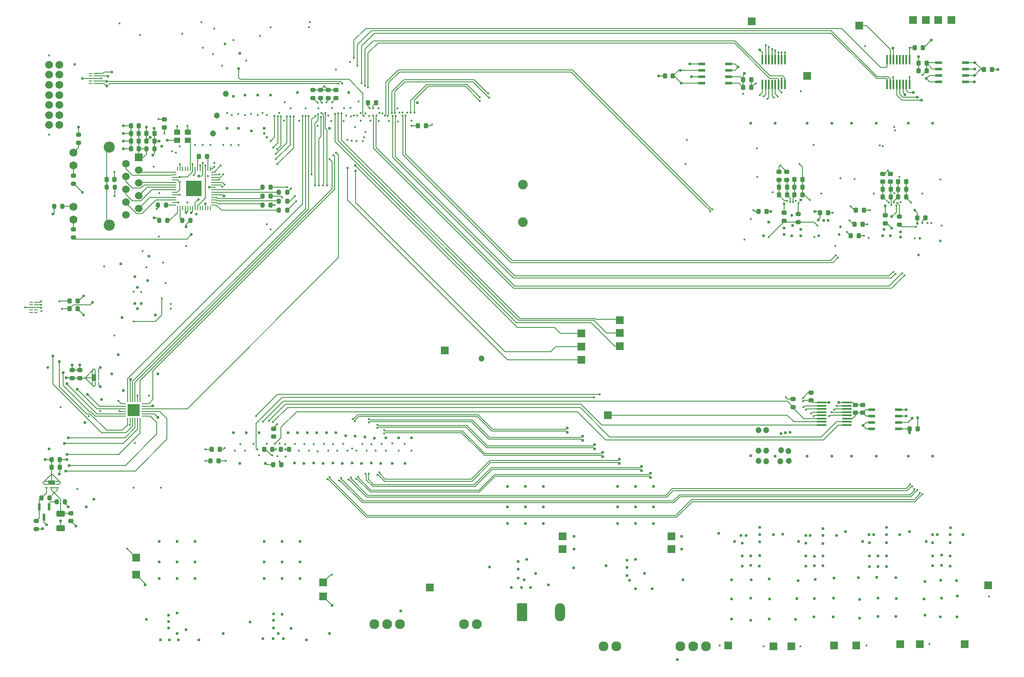
<source format=gbl>
%TF.GenerationSoftware,KiCad,Pcbnew,9.0.2*%
%TF.CreationDate,2025-10-03T13:51:34-05:00*%
%TF.ProjectId,PSEC5_Ctrl_Board,50534543-355f-4437-9472-6c5f426f6172,rev?*%
%TF.SameCoordinates,Original*%
%TF.FileFunction,Copper,L10,Bot*%
%TF.FilePolarity,Positive*%
%FSLAX46Y46*%
G04 Gerber Fmt 4.6, Leading zero omitted, Abs format (unit mm)*
G04 Created by KiCad (PCBNEW 9.0.2) date 2025-10-03 13:51:34*
%MOMM*%
%LPD*%
G01*
G04 APERTURE LIST*
G04 Aperture macros list*
%AMRoundRect*
0 Rectangle with rounded corners*
0 $1 Rounding radius*
0 $2 $3 $4 $5 $6 $7 $8 $9 X,Y pos of 4 corners*
0 Add a 4 corners polygon primitive as box body*
4,1,4,$2,$3,$4,$5,$6,$7,$8,$9,$2,$3,0*
0 Add four circle primitives for the rounded corners*
1,1,$1+$1,$2,$3*
1,1,$1+$1,$4,$5*
1,1,$1+$1,$6,$7*
1,1,$1+$1,$8,$9*
0 Add four rect primitives between the rounded corners*
20,1,$1+$1,$2,$3,$4,$5,0*
20,1,$1+$1,$4,$5,$6,$7,0*
20,1,$1+$1,$6,$7,$8,$9,0*
20,1,$1+$1,$8,$9,$2,$3,0*%
G04 Aperture macros list end*
%TA.AperFunction,ComponentPad*%
%ADD10R,1.500000X1.500000*%
%TD*%
%TA.AperFunction,ComponentPad*%
%ADD11C,1.955800*%
%TD*%
%TA.AperFunction,ComponentPad*%
%ADD12C,1.500000*%
%TD*%
%TA.AperFunction,ComponentPad*%
%ADD13C,1.600000*%
%TD*%
%TA.AperFunction,ComponentPad*%
%ADD14C,2.200000*%
%TD*%
%TA.AperFunction,ComponentPad*%
%ADD15C,1.905000*%
%TD*%
%TA.AperFunction,ComponentPad*%
%ADD16C,1.549400*%
%TD*%
%TA.AperFunction,ComponentPad*%
%ADD17RoundRect,0.250000X-0.750000X-1.550000X0.750000X-1.550000X0.750000X1.550000X-0.750000X1.550000X0*%
%TD*%
%TA.AperFunction,ComponentPad*%
%ADD18O,2.000000X3.600000*%
%TD*%
%TA.AperFunction,SMDPad,CuDef*%
%ADD19RoundRect,0.225000X-0.250000X0.225000X-0.250000X-0.225000X0.250000X-0.225000X0.250000X0.225000X0*%
%TD*%
%TA.AperFunction,SMDPad,CuDef*%
%ADD20RoundRect,0.200000X0.200000X0.275000X-0.200000X0.275000X-0.200000X-0.275000X0.200000X-0.275000X0*%
%TD*%
%TA.AperFunction,SMDPad,CuDef*%
%ADD21RoundRect,0.200000X-0.200000X-0.275000X0.200000X-0.275000X0.200000X0.275000X-0.200000X0.275000X0*%
%TD*%
%TA.AperFunction,SMDPad,CuDef*%
%ADD22RoundRect,0.225000X-0.225000X-0.250000X0.225000X-0.250000X0.225000X0.250000X-0.225000X0.250000X0*%
%TD*%
%TA.AperFunction,SMDPad,CuDef*%
%ADD23RoundRect,0.200000X-0.275000X0.200000X-0.275000X-0.200000X0.275000X-0.200000X0.275000X0.200000X0*%
%TD*%
%TA.AperFunction,SMDPad,CuDef*%
%ADD24RoundRect,0.225000X0.225000X0.250000X-0.225000X0.250000X-0.225000X-0.250000X0.225000X-0.250000X0*%
%TD*%
%TA.AperFunction,SMDPad,CuDef*%
%ADD25RoundRect,0.225000X0.250000X-0.225000X0.250000X0.225000X-0.250000X0.225000X-0.250000X-0.225000X0*%
%TD*%
%TA.AperFunction,SMDPad,CuDef*%
%ADD26R,1.397000X0.558800*%
%TD*%
%TA.AperFunction,SMDPad,CuDef*%
%ADD27R,0.355600X1.981200*%
%TD*%
%TA.AperFunction,SMDPad,CuDef*%
%ADD28RoundRect,0.250000X-0.625000X0.312500X-0.625000X-0.312500X0.625000X-0.312500X0.625000X0.312500X0*%
%TD*%
%TA.AperFunction,SMDPad,CuDef*%
%ADD29R,0.558800X1.320800*%
%TD*%
%TA.AperFunction,SMDPad,CuDef*%
%ADD30R,0.685800X0.203200*%
%TD*%
%TA.AperFunction,SMDPad,CuDef*%
%ADD31R,1.397000X0.853186*%
%TD*%
%TA.AperFunction,SMDPad,CuDef*%
%ADD32R,0.863600X0.228600*%
%TD*%
%TA.AperFunction,SMDPad,CuDef*%
%ADD33RoundRect,0.200000X0.275000X-0.200000X0.275000X0.200000X-0.275000X0.200000X-0.275000X-0.200000X0*%
%TD*%
%TA.AperFunction,SMDPad,CuDef*%
%ADD34R,0.711200X0.203200*%
%TD*%
%TA.AperFunction,SMDPad,CuDef*%
%ADD35R,0.280000X0.850000*%
%TD*%
%TA.AperFunction,SMDPad,CuDef*%
%ADD36R,0.850000X0.280000*%
%TD*%
%TA.AperFunction,SMDPad,CuDef*%
%ADD37R,2.450000X2.450000*%
%TD*%
%TA.AperFunction,SMDPad,CuDef*%
%ADD38R,1.981200X0.355600*%
%TD*%
%TA.AperFunction,SMDPad,CuDef*%
%ADD39R,0.203200X0.685800*%
%TD*%
%TA.AperFunction,SMDPad,CuDef*%
%ADD40R,0.853186X1.397000*%
%TD*%
%TA.AperFunction,SMDPad,CuDef*%
%ADD41R,0.228600X0.863600*%
%TD*%
%TA.AperFunction,SMDPad,CuDef*%
%ADD42R,1.200000X1.000000*%
%TD*%
%TA.AperFunction,SMDPad,CuDef*%
%ADD43R,0.254000X0.812800*%
%TD*%
%TA.AperFunction,SMDPad,CuDef*%
%ADD44R,0.812800X0.254000*%
%TD*%
%TA.AperFunction,SMDPad,CuDef*%
%ADD45R,3.098800X3.098800*%
%TD*%
%TA.AperFunction,ViaPad*%
%ADD46C,0.400000*%
%TD*%
%TA.AperFunction,ViaPad*%
%ADD47C,0.600000*%
%TD*%
%TA.AperFunction,ViaPad*%
%ADD48C,0.520000*%
%TD*%
%TA.AperFunction,ViaPad*%
%ADD49C,1.200000*%
%TD*%
%TA.AperFunction,ViaPad*%
%ADD50C,0.500000*%
%TD*%
%TA.AperFunction,Conductor*%
%ADD51C,0.158750*%
%TD*%
%TA.AperFunction,Conductor*%
%ADD52C,0.171000*%
%TD*%
%TA.AperFunction,Conductor*%
%ADD53C,0.130000*%
%TD*%
%TA.AperFunction,Conductor*%
%ADD54C,0.150000*%
%TD*%
%TA.AperFunction,Conductor*%
%ADD55C,0.128000*%
%TD*%
%TA.AperFunction,Conductor*%
%ADD56C,0.200000*%
%TD*%
G04 APERTURE END LIST*
D10*
%TO.P,TP21,1,1*%
%TO.N,GND*%
X123190000Y-151638000D03*
%TD*%
D11*
%TO.P,U16,1,+VOUT*%
%TO.N,VDD_BUCK_2V7*%
X199060000Y-164286000D03*
%TO.P,U16,2,TRIM*%
%TO.N,Net-(U16-TRIM)*%
X196520000Y-164286000D03*
%TO.P,U16,3,GND_COMMON*%
%TO.N,GND*%
X193980000Y-164286000D03*
%TO.P,U16,4,+VIN*%
%TO.N,/power2/power*%
X181280000Y-164286000D03*
%TO.P,U16,5,REMOTE_ON/OFF*%
%TO.N,unconnected-(U16-REMOTE_ON{slash}OFF-Pad5)*%
X178740000Y-164286000D03*
%TD*%
D10*
%TO.P,T1,1,VCC*%
%TO.N,/SOM240_1(1.5)/ethernet1/PHY_VCC*%
X86584000Y-67183000D03*
D12*
%TO.P,T1,2,D1+*%
%TO.N,/SOM240_1(1.5)/ethernet1/PHY_MDI0_P*%
X84044000Y-68453000D03*
%TO.P,T1,3,D1-*%
%TO.N,/SOM240_1(1.5)/ethernet1/PHY_MDI0_N*%
X86584000Y-69723000D03*
%TO.P,T1,4,D2+*%
%TO.N,/SOM240_1(1.5)/ethernet1/PHY_MDI1_P*%
X84044000Y-70993000D03*
%TO.P,T1,5,D2-*%
%TO.N,/SOM240_1(1.5)/ethernet1/PHY_MDI1_N*%
X86584000Y-72263000D03*
%TO.P,T1,6,D3+*%
%TO.N,/SOM240_1(1.5)/ethernet1/PHY_MDI2_P*%
X84044000Y-73533000D03*
%TO.P,T1,7,D3-*%
%TO.N,/SOM240_1(1.5)/ethernet1/PHY_MDI2_N*%
X86584000Y-74803000D03*
%TO.P,T1,8,D4+*%
%TO.N,/SOM240_1(1.5)/ethernet1/PHY_MDI3_P*%
X84044000Y-76073000D03*
%TO.P,T1,9,D4-*%
%TO.N,/SOM240_1(1.5)/ethernet1/PHY_MDI3_N*%
X86584000Y-77343000D03*
%TO.P,T1,10,GND*%
%TO.N,GND*%
X84044000Y-78613000D03*
D13*
%TO.P,T1,11*%
%TO.N,Net-(R74-Pad1)*%
X73614000Y-66268000D03*
%TO.P,T1,12*%
%TO.N,Net-(R114-Pad1)*%
X73614000Y-68808000D03*
%TO.P,T1,13*%
%TO.N,Net-(R76-Pad1)*%
X73614000Y-76988000D03*
%TO.P,T1,14*%
%TO.N,Net-(R115-Pad1)*%
X73614000Y-79528000D03*
D14*
%TO.P,T1,S1,SHIELD1*%
%TO.N,Net-(T1-SHIELD1)*%
X80744000Y-65153000D03*
%TO.P,T1,S2,SHIELD2*%
X80744000Y-80643000D03*
%TD*%
D10*
%TO.P,TP33,1,1*%
%TO.N,Net-(J10B-PWRGD_PL_M2C)*%
X174400000Y-107400000D03*
%TD*%
%TO.P,TP2,1,1*%
%TO.N,3V3_DUT*%
X192278000Y-142494000D03*
%TD*%
%TO.P,TP28,1,1*%
%TO.N,READBIAS2*%
X247800000Y-39900000D03*
%TD*%
D15*
%TO.P,J7,1,1*%
%TO.N,VDD_BUCK_5V*%
X162774899Y-72602400D03*
%TO.P,J7,2,2*%
%TO.N,GND*%
X162774899Y-80102400D03*
%TD*%
D10*
%TO.P,TP31,1,1*%
%TO.N,Net-(J10B-PWRGD_FPD_M2C)*%
X174400000Y-102200000D03*
%TD*%
%TO.P,TP32,1,1*%
%TO.N,Net-(J10B-PWRGD_LPD_M2C)*%
X174400000Y-104800000D03*
%TD*%
%TO.P,TP8,1,1*%
%TO.N,1V2_DUT*%
X228900000Y-164100000D03*
%TD*%
%TO.P,TP15,1,1*%
%TO.N,Net-(U15-SDO)*%
X179600000Y-118400000D03*
%TD*%
D16*
%TO.P,J12,1,1*%
%TO.N,GND*%
X68834000Y-48799999D03*
%TO.P,J12,2,2*%
%TO.N,1V8_Banks*%
X70834001Y-48799999D03*
%TO.P,J12,3,3*%
%TO.N,GND*%
X68834000Y-50800000D03*
%TO.P,J12,4,4*%
%TO.N,/SOM240_1(1.5)/JTAG_TMS*%
X70834001Y-50800000D03*
%TO.P,J12,5,5*%
%TO.N,GND*%
X68834000Y-52799999D03*
%TO.P,J12,6,6*%
%TO.N,/SOM240_1(1.5)/JTAG_CLK*%
X70834001Y-52799999D03*
%TO.P,J12,7,7*%
%TO.N,GND*%
X68834000Y-54800000D03*
%TO.P,J12,8,8*%
%TO.N,/SOM240_1(1.5)/JTAG_TDO*%
X70834001Y-54800000D03*
%TO.P,J12,9,9*%
%TO.N,GND*%
X68834000Y-56800001D03*
%TO.P,J12,10,10*%
%TO.N,/SOM240_1(1.5)/JTAG_TDI*%
X70834001Y-56800001D03*
%TO.P,J12,11,11*%
%TO.N,GND*%
X68834000Y-58799999D03*
%TO.P,J12,12,12*%
%TO.N,unconnected-(J12-Pad12)*%
X70834001Y-58799999D03*
%TO.P,J12,13,13*%
%TO.N,GND*%
X68834000Y-60800001D03*
%TO.P,J12,14,14*%
%TO.N,unconnected-(J12-Pad14)*%
X70834001Y-60800001D03*
%TD*%
D10*
%TO.P,TP4,1,1*%
%TO.N,2V5_DUT*%
X170688000Y-142494000D03*
%TD*%
%TO.P,TP17,1,1*%
%TO.N,VDD_BUCK_2V7*%
X255100000Y-152200000D03*
%TD*%
%TO.P,TP6,1,1*%
%TO.N,1V8_DUT*%
X216000000Y-164300000D03*
%TD*%
%TO.P,TP23,1,1*%
%TO.N,GND*%
X86106000Y-146664000D03*
%TD*%
%TO.P,TP13,1,1*%
%TO.N,GND*%
X212500000Y-164300000D03*
%TD*%
%TO.P,TP1,1,1*%
%TO.N,GND*%
X192278000Y-145034000D03*
%TD*%
%TO.P,TP16,1,1*%
%TO.N,VDD_BUCK_5V*%
X144300000Y-152600000D03*
%TD*%
%TO.P,TP7,1,1*%
%TO.N,GND*%
X237600000Y-163900000D03*
%TD*%
%TO.P,TP11,1,1*%
%TO.N,/SOM240_1(1.5)/SHUTDOWN*%
X147320000Y-105537000D03*
%TD*%
%TO.P,TP30,1,1*%
%TO.N,Net-(J10A-PWROFF_C2M_L)*%
X182000000Y-104700000D03*
%TD*%
%TO.P,TP19,1,1*%
%TO.N,Net-(U2-SDO)*%
X219202000Y-51054000D03*
%TD*%
%TO.P,TP27,1,1*%
%TO.N,READBIAS1*%
X245200000Y-39900000D03*
%TD*%
%TO.P,TP22,1,1*%
%TO.N,3V3_IO*%
X123190000Y-154432000D03*
%TD*%
%TO.P,TP10,1,1*%
%TO.N,1V8_ADC*%
X241500000Y-163900000D03*
%TD*%
%TO.P,TP20,1,1*%
%TO.N,Net-(U4-SDO)*%
X229500000Y-41000000D03*
%TD*%
%TO.P,TP14,1,1*%
%TO.N,1V8_Banks*%
X203500000Y-164100000D03*
%TD*%
%TO.P,TP29,1,1*%
%TO.N,Net-(J10A-PS_ERROR_STATUS_M2C)*%
X182000000Y-102100000D03*
%TD*%
%TO.P,TP25,1,1*%
%TO.N,DISCBIAS*%
X242700000Y-39900000D03*
%TD*%
%TO.P,TP5,1,1*%
%TO.N,GND*%
X224500000Y-164100000D03*
%TD*%
%TO.P,TP24,1,1*%
%TO.N,2V5_IO*%
X86106000Y-150114000D03*
%TD*%
%TO.P,TP18,1,1*%
%TO.N,Disc_Thresh1*%
X208200000Y-40200000D03*
%TD*%
%TO.P,TP9,1,1*%
%TO.N,GND*%
X250400000Y-163900000D03*
%TD*%
%TO.P,TP12,1,1*%
%TO.N,Net-(J10A-PS_ERROR_OUT_M2C)*%
X182000000Y-99500000D03*
%TD*%
D11*
%TO.P,U5,1,+VOUT*%
%TO.N,VDD_BUCK_5V*%
X133320000Y-159900000D03*
%TO.P,U5,2,TRIM*%
%TO.N,Net-(U5-TRIM)*%
X135860000Y-159900000D03*
%TO.P,U5,3,GND_COMMON*%
%TO.N,GND*%
X138400000Y-159900000D03*
%TO.P,U5,4,+VIN*%
%TO.N,/power2/power*%
X151100000Y-159900000D03*
%TO.P,U5,5,REMOTE_ON/OFF*%
%TO.N,unconnected-(U5-REMOTE_ON{slash}OFF-Pad5)*%
X153640000Y-159900000D03*
%TD*%
D10*
%TO.P,TP26,1,1*%
%TO.N,WBUFBIAS*%
X240200000Y-39900000D03*
%TD*%
D17*
%TO.P,J1,1,1*%
%TO.N,/power2/power*%
X162650000Y-157522500D03*
D18*
%TO.P,J1,2,2*%
%TO.N,GND*%
X170150000Y-157522500D03*
%TD*%
D10*
%TO.P,TP3,1,1*%
%TO.N,GND*%
X170688000Y-145034000D03*
%TD*%
D19*
%TO.P,C5,1*%
%TO.N,Net-(C5-Pad1)*%
X73114750Y-137884750D03*
%TO.P,C5,2*%
%TO.N,GND*%
X73114750Y-139434750D03*
%TD*%
D20*
%TO.P,R5,1*%
%TO.N,Net-(J10B-MIO64)*%
X112776000Y-73152000D03*
%TO.P,R5,2*%
%TO.N,/SOM240_1(1.5)/ETH_TXD0*%
X111126000Y-73152000D03*
%TD*%
%TO.P,R1,1*%
%TO.N,Net-(J10B-MIO52)*%
X116015000Y-77724000D03*
%TO.P,R1,2*%
%TO.N,/SOM240_1(1.5)/ETH_TX_CTRL*%
X114365000Y-77724000D03*
%TD*%
D21*
%TO.P,R84,1*%
%TO.N,GND*%
X90361000Y-76708000D03*
%TO.P,R84,2*%
%TO.N,Net-(U1-CONFIG)*%
X92011000Y-76708000D03*
%TD*%
D22*
%TO.P,C71,1*%
%TO.N,1V8_Banks*%
X141973000Y-60960000D03*
%TO.P,C71,2*%
%TO.N,GND*%
X143523000Y-60960000D03*
%TD*%
D23*
%TO.P,R75,1*%
%TO.N,GND*%
X125730000Y-53785000D03*
%TO.P,R75,2*%
%TO.N,/SOM240_1(1.5)/MODE0*%
X125730000Y-55435000D03*
%TD*%
D24*
%TO.P,C99,1*%
%TO.N,1V8_ADC*%
X230391000Y-77724000D03*
%TO.P,C99,2*%
%TO.N,GND*%
X228841000Y-77724000D03*
%TD*%
D22*
%TO.P,C117,1*%
%TO.N,Net-(ADC1-VREF)*%
X237223000Y-72009000D03*
%TO.P,C117,2*%
%TO.N,GND*%
X238773000Y-72009000D03*
%TD*%
D25*
%TO.P,C83,1*%
%TO.N,1V8_Banks*%
X113300000Y-122675000D03*
%TO.P,C83,2*%
%TO.N,GND*%
X113300000Y-121125000D03*
%TD*%
D26*
%TO.P,U8,1,VDD*%
%TO.N,3V3_IO*%
X250558300Y-48387000D03*
%TO.P,U8,2,GND*%
%TO.N,GND*%
X250558300Y-49657000D03*
%TO.P,U8,3,\u002ASHDN*%
%TO.N,3V3_IO*%
X250558300Y-50927000D03*
%TO.P,U8,4,GND*%
%TO.N,GND*%
X250558300Y-52197000D03*
%TO.P,U8,5,GND*%
X245249700Y-52197000D03*
%TO.P,U8,6,GND*%
X245249700Y-50927000D03*
%TO.P,U8,7,OUT*%
%TO.N,Net-(U4-REF)*%
X245249700Y-49657000D03*
%TO.P,U8,8,FEEDBACK*%
X245249700Y-48387000D03*
%TD*%
D19*
%TO.P,C60,1*%
%TO.N,2V5_IO*%
X91694000Y-59677000D03*
%TO.P,C60,2*%
%TO.N,GND*%
X91694000Y-61227000D03*
%TD*%
D24*
%TO.P,C32,1*%
%TO.N,Net-(U4-REF)*%
X242837000Y-48514000D03*
%TO.P,C32,2*%
%TO.N,GND*%
X241287000Y-48514000D03*
%TD*%
D20*
%TO.P,R7,1*%
%TO.N,Net-(J10B-MIO66)*%
X112776000Y-76708000D03*
%TO.P,R7,2*%
%TO.N,/SOM240_1(1.5)/ETH_TXD3*%
X111126000Y-76708000D03*
%TD*%
D24*
%TO.P,C101,1*%
%TO.N,1V8_ADC*%
X229375000Y-82804000D03*
%TO.P,C101,2*%
%TO.N,GND*%
X227825000Y-82804000D03*
%TD*%
D27*
%TO.P,U4,1,GND*%
%TO.N,GND*%
X239458500Y-52755800D03*
%TO.P,U4,2,VOUTA*%
%TO.N,DISCBIAS*%
X238823500Y-52755800D03*
%TO.P,U4,3,VOUTB*%
%TO.N,WBUFBIAS*%
X238188500Y-52755800D03*
%TO.P,U4,4,VOUTC*%
%TO.N,READBIAS1*%
X237553500Y-52755800D03*
%TO.P,U4,5,VOUTD*%
%TO.N,READBIAS2*%
X236918500Y-52755800D03*
%TO.P,U4,6,REF*%
%TO.N,Net-(U4-REF)*%
X236283500Y-52755800D03*
%TO.P,U4,7,\u002ACS/LD*%
%TO.N,/SOM240_1(1.5)/CS{slash}LD_DAC2\u002A*%
X235648500Y-52755800D03*
%TO.P,U4,8,SCK*%
%TO.N,/SOM240_1(1.5)/SCK_DAC2*%
X235013500Y-52755800D03*
%TO.P,U4,9,SDI*%
%TO.N,/SOM240_1(1.5)/SDI_DAC_BIAS*%
X235013500Y-47828200D03*
%TO.P,U4,10,SDO*%
%TO.N,Net-(U4-SDO)*%
X235648500Y-47828200D03*
%TO.P,U4,11,\u002ACLR*%
%TO.N,/SOM240_1(1.5)/CLR_DAC\u002A*%
X236283500Y-47828200D03*
%TO.P,U4,12,VOUTE*%
%TO.N,unconnected-(U4-VOUTE-Pad12)*%
X236918500Y-47828200D03*
%TO.P,U4,13,VOUTF*%
%TO.N,unconnected-(U4-VOUTF-Pad13)*%
X237553500Y-47828200D03*
%TO.P,U4,14,VOUTG*%
%TO.N,unconnected-(U4-VOUTG-Pad14)*%
X238188500Y-47828200D03*
%TO.P,U4,15,VOUTH*%
%TO.N,unconnected-(U4-VOUTH-Pad15)*%
X238823500Y-47828200D03*
%TO.P,U4,16,VCC*%
%TO.N,2V5_IO*%
X239458500Y-47828200D03*
%TD*%
D20*
%TO.P,R76,1*%
%TO.N,Net-(R76-Pad1)*%
X71437000Y-76962000D03*
%TO.P,R76,2*%
%TO.N,3V3_IO*%
X69787000Y-76962000D03*
%TD*%
D24*
%TO.P,C155,1*%
%TO.N,Net-(U1-REGCAP2)*%
X100089000Y-67056000D03*
%TO.P,C155,2*%
%TO.N,Net-(U1-REGCAP1)*%
X98539000Y-67056000D03*
%TD*%
D20*
%TO.P,R3,1*%
%TO.N,Net-(J10B-MIO53)*%
X116015000Y-75946000D03*
%TO.P,R3,2*%
%TO.N,/SOM240_1(1.5)/ETH_TXD2*%
X114365000Y-75946000D03*
%TD*%
D23*
%TO.P,R70,1*%
%TO.N,GND*%
X121158000Y-53785000D03*
%TO.P,R70,2*%
%TO.N,/SOM240_1(1.5)/MODE3*%
X121158000Y-55435000D03*
%TD*%
D24*
%TO.P,C53,1*%
%TO.N,/SOM240_1(1.5)/ethernet1/PHY_VCC*%
X86614000Y-65532000D03*
%TO.P,C53,2*%
%TO.N,GND*%
X85064000Y-65532000D03*
%TD*%
D25*
%TO.P,C105,1*%
%TO.N,2V5_IO*%
X219900000Y-115475000D03*
%TO.P,C105,2*%
%TO.N,GND*%
X219900000Y-113925000D03*
%TD*%
%TO.P,C38,1*%
%TO.N,Net-(ADC2-REFB)*%
X215138000Y-71641000D03*
%TO.P,C38,2*%
%TO.N,GND*%
X215138000Y-70091000D03*
%TD*%
D22*
%TO.P,C90,1*%
%TO.N,Net-(U2-REF)*%
X206489000Y-51816000D03*
%TO.P,C90,2*%
%TO.N,GND*%
X208039000Y-51816000D03*
%TD*%
%TO.P,C69,1*%
%TO.N,Net-(U10-CH2)*%
X72898000Y-97282000D03*
%TO.P,C69,2*%
%TO.N,GND*%
X74448000Y-97282000D03*
%TD*%
D19*
%TO.P,C114,1*%
%TO.N,1V8_ADC*%
X214630000Y-78219000D03*
%TO.P,C114,2*%
%TO.N,GND*%
X214630000Y-79769000D03*
%TD*%
D25*
%TO.P,C82,1*%
%TO.N,/SOM240_1(1.5)/SDcard1/SD_CARD_VCC_0*%
X74930000Y-111011000D03*
%TO.P,C82,2*%
%TO.N,GND*%
X74930000Y-109461000D03*
%TD*%
D21*
%TO.P,L5,1,1*%
%TO.N,/SOM240_1(1.5)/ethernet1/PHY_VCC*%
X88088000Y-65532000D03*
%TO.P,L5,2,2*%
%TO.N,3V3_IO*%
X89738000Y-65532000D03*
%TD*%
D22*
%TO.P,C116,1*%
%TO.N,Net-(ADC2-VREF)*%
X216662000Y-71628000D03*
%TO.P,C116,2*%
%TO.N,GND*%
X218212000Y-71628000D03*
%TD*%
D24*
%TO.P,C55,1*%
%TO.N,/SOM240_1(1.5)/ethernet1/PHY_VCC*%
X86614000Y-62484000D03*
%TO.P,C55,2*%
%TO.N,GND*%
X85064000Y-62484000D03*
%TD*%
%TO.P,C29,1*%
%TO.N,3V3_IO*%
X192532300Y-51054000D03*
%TO.P,C29,2*%
%TO.N,GND*%
X190982300Y-51054000D03*
%TD*%
D26*
%TO.P,U13,1,VDD*%
%TO.N,3V3_IO*%
X237254300Y-117295000D03*
%TO.P,U13,2,GND*%
%TO.N,GND*%
X237254300Y-118565000D03*
%TO.P,U13,3,\u002ASHDN*%
%TO.N,3V3_IO*%
X237254300Y-119835000D03*
%TO.P,U13,4,GND*%
%TO.N,GND*%
X237254300Y-121105000D03*
%TO.P,U13,5,GND*%
X231945700Y-121105000D03*
%TO.P,U13,6,GND*%
X231945700Y-119835000D03*
%TO.P,U13,7,OUT*%
%TO.N,Net-(U13-FEEDBACK)*%
X231945700Y-118565000D03*
%TO.P,U13,8,FEEDBACK*%
X231945700Y-117295000D03*
%TD*%
D28*
%TO.P,FB1,1*%
%TO.N,Net-(C5-Pad1)*%
X71082750Y-137959250D03*
%TO.P,FB1,2*%
%TO.N,3V3_IO*%
X71082750Y-140884250D03*
%TD*%
D22*
%TO.P,C78,1*%
%TO.N,Net-(ADC2-VREF)*%
X216662000Y-74676000D03*
%TO.P,C78,2*%
%TO.N,GND*%
X218212000Y-74676000D03*
%TD*%
%TO.P,C43,1*%
%TO.N,/SOM240_1(1.5)/SDcard1/SD_CARD_VCC_1*%
X69329000Y-128778000D03*
%TO.P,C43,2*%
%TO.N,GND*%
X70879000Y-128778000D03*
%TD*%
%TO.P,C30,1*%
%TO.N,Net-(U2-REF)*%
X206489000Y-53340000D03*
%TO.P,C30,2*%
%TO.N,GND*%
X208039000Y-53340000D03*
%TD*%
D29*
%TO.P,Q1,1,D*%
%TO.N,Net-(Q1-D)*%
X66867999Y-136652000D03*
%TO.P,Q1,2,G*%
%TO.N,Net-(Q1-G)*%
X68768001Y-136652000D03*
%TO.P,Q1,3,S*%
%TO.N,GND*%
X67818000Y-138684000D03*
%TD*%
D20*
%TO.P,R110,1*%
%TO.N,Net-(C5-Pad1)*%
X68897000Y-134874000D03*
%TO.P,R110,2*%
%TO.N,Net-(Q1-D)*%
X67247000Y-134874000D03*
%TD*%
D24*
%TO.P,C84,1*%
%TO.N,1V8_Banks*%
X116345000Y-125222000D03*
%TO.P,C84,2*%
%TO.N,GND*%
X114795000Y-125222000D03*
%TD*%
D25*
%TO.P,C37,1*%
%TO.N,Net-(ADC2-REFT)*%
X213614000Y-71641000D03*
%TO.P,C37,2*%
%TO.N,GND*%
X213614000Y-70091000D03*
%TD*%
D24*
%TO.P,C64,1*%
%TO.N,3V3_IO*%
X89688000Y-64008000D03*
%TO.P,C64,2*%
%TO.N,GND*%
X88138000Y-64008000D03*
%TD*%
D22*
%TO.P,C75,1*%
%TO.N,Net-(ADC1-VREF)*%
X237223000Y-73533000D03*
%TO.P,C75,2*%
%TO.N,GND*%
X238773000Y-73533000D03*
%TD*%
D24*
%TO.P,C89,1*%
%TO.N,Net-(U4-REF)*%
X242837000Y-50038000D03*
%TO.P,C89,2*%
%TO.N,GND*%
X241287000Y-50038000D03*
%TD*%
D22*
%TO.P,C36,1*%
%TO.N,Net-(ADC1-REFT)*%
X234175000Y-75057000D03*
%TO.P,C36,2*%
%TO.N,Net-(ADC1-REFB)*%
X235725000Y-75057000D03*
%TD*%
D20*
%TO.P,R112,1*%
%TO.N,/SOM240_1(1.5)/ethernet1/ETH_LED0*%
X92265000Y-79756000D03*
%TO.P,R112,2*%
%TO.N,Net-(Q8-G)*%
X90615000Y-79756000D03*
%TD*%
D22*
%TO.P,C107,1*%
%TO.N,Net-(U10-CH1)*%
X72898000Y-95758000D03*
%TO.P,C107,2*%
%TO.N,GND*%
X74448000Y-95758000D03*
%TD*%
D24*
%TO.P,C86,1*%
%TO.N,1V8_Banks*%
X113043000Y-125222000D03*
%TO.P,C86,2*%
%TO.N,GND*%
X111493000Y-125222000D03*
%TD*%
D20*
%TO.P,R85,1*%
%TO.N,1V8_Banks*%
X71945000Y-135636000D03*
%TO.P,R85,2*%
%TO.N,Net-(Q1-G)*%
X70295000Y-135636000D03*
%TD*%
D23*
%TO.P,R114,1*%
%TO.N,Net-(R114-Pad1)*%
X73660000Y-70803000D03*
%TO.P,R114,2*%
%TO.N,Net-(Q8-D)*%
X73660000Y-72453000D03*
%TD*%
D30*
%TO.P,U6,1,D*%
%TO.N,/SOM240_1(1.5)/SDcard1/SD_CARD_VCC_1*%
X68300600Y-131501007D03*
X68300600Y-132150993D03*
D31*
X69342000Y-131826000D03*
D30*
X70383400Y-131501007D03*
X70383400Y-132150993D03*
%TO.P,U6,3,G*%
%TO.N,Net-(Q1-D)*%
X68300600Y-132800979D03*
%TO.P,U6,4,S*%
%TO.N,Net-(C5-Pad1)*%
X70383400Y-132800979D03*
D32*
%TO.P,U6,7,S*%
X69342000Y-132814993D03*
%TD*%
D24*
%TO.P,C100,1*%
%TO.N,1V8_ADC*%
X230137000Y-80518000D03*
%TO.P,C100,2*%
%TO.N,GND*%
X228587000Y-80518000D03*
%TD*%
%TO.P,C112,1*%
%TO.N,1V8_ADC*%
X211087000Y-77978000D03*
%TO.P,C112,2*%
%TO.N,GND*%
X209537000Y-77978000D03*
%TD*%
D27*
%TO.P,U2,1,GND*%
%TO.N,GND*%
X210312000Y-47828200D03*
%TO.P,U2,2,VOUTA*%
%TO.N,Disc_Thresh1*%
X210947000Y-47828200D03*
%TO.P,U2,3,VOUTB*%
%TO.N,Disc_Thresh2*%
X211582000Y-47828200D03*
%TO.P,U2,4,VOUTC*%
%TO.N,Disc_Thresh3*%
X212217000Y-47828200D03*
%TO.P,U2,5,VOUTD*%
%TO.N,Disc_Thresh4*%
X212852000Y-47828200D03*
%TO.P,U2,6,REF*%
%TO.N,Net-(U2-REF)*%
X213487000Y-47828200D03*
%TO.P,U2,7,\u002ACS/LD*%
%TO.N,/SOM240_1(1.5)/CS{slash}LD_DAC1\u002A*%
X214122000Y-47828200D03*
%TO.P,U2,8,SCK*%
%TO.N,/SOM240_1(1.5)/SCK_DAC1*%
X214757000Y-47828200D03*
%TO.P,U2,9,SDI*%
%TO.N,/SOM240_1(1.5)/SDI_DAC_THRES*%
X214757000Y-52755800D03*
%TO.P,U2,10,SDO*%
%TO.N,Net-(U2-SDO)*%
X214122000Y-52755800D03*
%TO.P,U2,11,\u002ACLR*%
%TO.N,/SOM240_1(1.5)/CLR_DAC\u002A*%
X213487000Y-52755800D03*
%TO.P,U2,12,VOUTE*%
%TO.N,Disc_Thresh5*%
X212852000Y-52755800D03*
%TO.P,U2,13,VOUTF*%
%TO.N,Disc_Thresh6*%
X212217000Y-52755800D03*
%TO.P,U2,14,VOUTG*%
%TO.N,Disc_Thresh7*%
X211582000Y-52755800D03*
%TO.P,U2,15,VOUTH*%
%TO.N,Disc_Thresh8*%
X210947000Y-52755800D03*
%TO.P,U2,16,VCC*%
%TO.N,2V5_IO*%
X210312000Y-52755800D03*
%TD*%
D23*
%TO.P,R73,1*%
%TO.N,GND*%
X124206000Y-53785000D03*
%TO.P,R73,2*%
%TO.N,/SOM240_1(1.5)/MODE1*%
X124206000Y-55435000D03*
%TD*%
D24*
%TO.P,C56,1*%
%TO.N,/SOM240_1(1.5)/ethernet1/PHY_VCC*%
X86614000Y-60960000D03*
%TO.P,C56,2*%
%TO.N,GND*%
X85064000Y-60960000D03*
%TD*%
D22*
%TO.P,C57,1*%
%TO.N,Net-(T1-SHIELD1)*%
X80238000Y-71628000D03*
%TO.P,C57,2*%
%TO.N,GND*%
X81788000Y-71628000D03*
%TD*%
D19*
%TO.P,C41,1*%
%TO.N,1V8_ADC*%
X234696000Y-78727000D03*
%TO.P,C41,2*%
%TO.N,GND*%
X234696000Y-80277000D03*
%TD*%
D25*
%TO.P,C103,1*%
%TO.N,Net-(U13-FEEDBACK)*%
X230200000Y-117900000D03*
%TO.P,C103,2*%
%TO.N,GND*%
X230200000Y-116350000D03*
%TD*%
D22*
%TO.P,C35,1*%
%TO.N,Net-(ADC1-REFT)*%
X234175000Y-73533000D03*
%TO.P,C35,2*%
%TO.N,Net-(ADC1-REFB)*%
X235725000Y-73533000D03*
%TD*%
D24*
%TO.P,C85,1*%
%TO.N,2V5_IO*%
X102629000Y-125222000D03*
%TO.P,C85,2*%
%TO.N,GND*%
X101079000Y-125222000D03*
%TD*%
%TO.P,C102,1*%
%TO.N,3V3_IO*%
X241075000Y-121100000D03*
%TO.P,C102,2*%
%TO.N,GND*%
X239525000Y-121100000D03*
%TD*%
%TO.P,C87,1*%
%TO.N,1V8_Banks*%
X114821000Y-128270000D03*
%TO.P,C87,2*%
%TO.N,GND*%
X113271000Y-128270000D03*
%TD*%
D23*
%TO.P,R57,1*%
%TO.N,Net-(ADC1-RBIAS)*%
X237490000Y-78931000D03*
%TO.P,R57,2*%
%TO.N,GND*%
X237490000Y-80581000D03*
%TD*%
%TO.P,R115,1*%
%TO.N,Net-(R115-Pad1)*%
X73660000Y-81471000D03*
%TO.P,R115,2*%
%TO.N,Net-(Q6-D)*%
X73660000Y-83121000D03*
%TD*%
D24*
%TO.P,C88,1*%
%TO.N,1V8_Banks*%
X102375000Y-127508000D03*
%TO.P,C88,2*%
%TO.N,GND*%
X100825000Y-127508000D03*
%TD*%
D22*
%TO.P,C40,1*%
%TO.N,Net-(ADC2-REFT)*%
X213601000Y-74676000D03*
%TO.P,C40,2*%
%TO.N,Net-(ADC2-REFB)*%
X215151000Y-74676000D03*
%TD*%
D33*
%TO.P,R74,1*%
%TO.N,Net-(R74-Pad1)*%
X74676000Y-64325000D03*
%TO.P,R74,2*%
%TO.N,3V3_IO*%
X74676000Y-62675000D03*
%TD*%
D21*
%TO.P,R113,1*%
%TO.N,/SOM240_1(1.5)/ethernet1/ETH_LED1*%
X95187000Y-79756000D03*
%TO.P,R113,2*%
%TO.N,Net-(Q6-G)*%
X96837000Y-79756000D03*
%TD*%
D22*
%TO.P,C113,1*%
%TO.N,1V8_ADC*%
X221729000Y-78232000D03*
%TO.P,C113,2*%
%TO.N,GND*%
X223279000Y-78232000D03*
%TD*%
D24*
%TO.P,C70,1*%
%TO.N,2V5_IO*%
X133617000Y-56388000D03*
%TO.P,C70,2*%
%TO.N,GND*%
X132067000Y-56388000D03*
%TD*%
D25*
%TO.P,C104,1*%
%TO.N,Net-(U13-FEEDBACK)*%
X228700000Y-117900000D03*
%TO.P,C104,2*%
%TO.N,GND*%
X228700000Y-116350000D03*
%TD*%
D22*
%TO.P,C24,1*%
%TO.N,1V8_ADC*%
X241033000Y-79248000D03*
%TO.P,C24,2*%
%TO.N,GND*%
X242583000Y-79248000D03*
%TD*%
D23*
%TO.P,R111,1*%
%TO.N,Net-(Q1-D)*%
X66294000Y-139383000D03*
%TO.P,R111,2*%
%TO.N,GND*%
X66294000Y-141033000D03*
%TD*%
D34*
%TO.P,U10,1,CH1*%
%TO.N,Net-(U10-CH1)*%
X66196100Y-95999999D03*
%TO.P,U10,2,CH2*%
%TO.N,Net-(U10-CH2)*%
X66196100Y-96500001D03*
%TO.P,U10,3,GND*%
%TO.N,GND*%
X66196100Y-97000000D03*
%TO.P,U10,4,CH3*%
%TO.N,unconnected-(U10-CH3-Pad4)*%
X66196100Y-97499999D03*
%TO.P,U10,5,CH4*%
%TO.N,unconnected-(U10-CH4-Pad5)*%
X66196100Y-98000001D03*
%TO.P,U10,6,N.C.*%
%TO.N,unconnected-(U10-N.C.-Pad6)*%
X65205500Y-98000001D03*
%TO.P,U10,7,N.C.*%
%TO.N,unconnected-(U10-N.C.-Pad7)*%
X65205500Y-97499999D03*
%TO.P,U10,8,GND*%
%TO.N,GND*%
X65205500Y-97000000D03*
%TO.P,U10,9,N.C.*%
%TO.N,unconnected-(U10-N.C.-Pad9)*%
X65205500Y-96500001D03*
%TO.P,U10,10,N.C.*%
%TO.N,unconnected-(U10-N.C.-Pad10)*%
X65205500Y-95999999D03*
%TD*%
D22*
%TO.P,C79,1*%
%TO.N,Net-(ADC2-VREF)*%
X216662000Y-73152000D03*
%TO.P,C79,2*%
%TO.N,GND*%
X218212000Y-73152000D03*
%TD*%
%TO.P,C108,1*%
%TO.N,/SOM240_1(1.5)/SDcard1/SD_CARD_VCC_1*%
X69329000Y-127254000D03*
%TO.P,C108,2*%
%TO.N,GND*%
X70879000Y-127254000D03*
%TD*%
D23*
%TO.P,R56,1*%
%TO.N,Net-(ADC2-RBIAS)*%
X217424000Y-78423000D03*
%TO.P,R56,2*%
%TO.N,GND*%
X217424000Y-80073000D03*
%TD*%
D22*
%TO.P,C73,1*%
%TO.N,Net-(ADC1-VREF)*%
X237223000Y-75057000D03*
%TO.P,C73,2*%
%TO.N,GND*%
X238773000Y-75057000D03*
%TD*%
%TO.P,C91,1*%
%TO.N,2V5_IO*%
X240525000Y-45466000D03*
%TO.P,C91,2*%
%TO.N,GND*%
X242075000Y-45466000D03*
%TD*%
D20*
%TO.P,R6,1*%
%TO.N,Net-(J10B-MIO65)*%
X112776000Y-74930000D03*
%TO.P,R6,2*%
%TO.N,/SOM240_1(1.5)/ETH_TX_CLK*%
X111126000Y-74930000D03*
%TD*%
D25*
%TO.P,C33,1*%
%TO.N,Net-(ADC1-REFT)*%
X234188000Y-72022000D03*
%TO.P,C33,2*%
%TO.N,GND*%
X234188000Y-70472000D03*
%TD*%
D35*
%TO.P,U17,1,DAT2A*%
%TO.N,/SOM240_1(1.5)/SD_DAT2*%
X84348000Y-115398400D03*
%TO.P,U17,2,GND*%
%TO.N,GND*%
X84847999Y-115398400D03*
%TO.P,U17,3,DAT3A*%
%TO.N,/SOM240_1(1.5)/SD_DAT3*%
X85348000Y-115398400D03*
%TO.P,U17,4,CMDA*%
%TO.N,/SOM240_1(1.5)/SD_CMD*%
X85848000Y-115398400D03*
%TO.P,U17,5,VCCA*%
%TO.N,1V8_Banks*%
X86348001Y-115398400D03*
%TO.P,U17,6,DAT0A*%
%TO.N,/SOM240_1(1.5)/SD_DAT0*%
X86848000Y-115398400D03*
D36*
%TO.P,U17,7,DAT1A*%
%TO.N,/SOM240_1(1.5)/SD_DAT1*%
X87573000Y-116123085D03*
%TO.P,U17,8,DAT2B1*%
%TO.N,/SOM240_1(1.5)/SDcard1/DAT2B_1*%
X87573000Y-116623211D03*
%TO.P,U17,9,CLKA*%
%TO.N,/SOM240_1(1.5)/SD_CLK*%
X87573000Y-117123337D03*
%TO.P,U17,10,DAT3B1*%
%TO.N,/SOM240_1(1.5)/SDcard1/DAT3B_1*%
X87573000Y-117623463D03*
%TO.P,U17,11,GND*%
%TO.N,GND*%
X87573000Y-118123589D03*
%TO.P,U17,12,CMDB1*%
%TO.N,/SOM240_1(1.5)/SDcard1/CMDB_1*%
X87573000Y-118623715D03*
D35*
%TO.P,U17,13,CLKB1*%
%TO.N,/SOM240_1(1.5)/SDcard1/CLKB_1*%
X86848000Y-119348400D03*
%TO.P,U17,14,DAT0B1*%
%TO.N,/SOM240_1(1.5)/SDcard1/DAT0B_1*%
X86348001Y-119348400D03*
%TO.P,U17,15,DAT1B1*%
%TO.N,/SOM240_1(1.5)/SDcard1/DAT1B_1*%
X85848000Y-119348400D03*
%TO.P,U17,16,DATB0*%
%TO.N,/SOM240_1(1.5)/SDcard1/DAT1B_0*%
X85348000Y-119348400D03*
%TO.P,U17,17,VCCB1*%
%TO.N,3V3_IO*%
X84847999Y-119348400D03*
%TO.P,U17,18,DAT0B0*%
%TO.N,/SOM240_1(1.5)/SDcard1/DAT0B_0*%
X84348000Y-119348400D03*
D36*
%TO.P,U17,19,CLKB0*%
%TO.N,/SOM240_1(1.5)/SDcard1/CLKB_0*%
X83623000Y-118623715D03*
%TO.P,U17,20,CMDB0*%
%TO.N,/SOM240_1(1.5)/SDcard1/CMDB_0*%
X83623000Y-118123589D03*
%TO.P,U17,21,VCCB0*%
%TO.N,3V3_IO*%
X83623000Y-117623463D03*
%TO.P,U17,22,DAT3B0*%
%TO.N,/SOM240_1(1.5)/SDcard1/DAT3B_0*%
X83623000Y-117123337D03*
%TO.P,U17,23,DAT2B0*%
%TO.N,/SOM240_1(1.5)/SDcard1/DAT2B_0*%
X83623000Y-116623211D03*
%TO.P,U17,24,SEL*%
%TO.N,Net-(JP1-C)*%
X83623000Y-116123085D03*
D37*
%TO.P,U17,25,EPAD*%
%TO.N,GND*%
X85598000Y-117373400D03*
%TD*%
D25*
%TO.P,C95,1*%
%TO.N,/SOM240_1(1.5)/SDcard1/SD_CARD_VCC_0*%
X73406000Y-111011000D03*
%TO.P,C95,2*%
%TO.N,GND*%
X73406000Y-109461000D03*
%TD*%
D38*
%TO.P,U15,1,GND*%
%TO.N,GND*%
X226999800Y-115887500D03*
%TO.P,U15,2,VOUTA*%
%TO.N,V_ped1*%
X226999800Y-116522500D03*
%TO.P,U15,3,VOUTB*%
%TO.N,V_ped2*%
X226999800Y-117157500D03*
%TO.P,U15,4,VOUTC*%
%TO.N,V_ped3*%
X226999800Y-117792500D03*
%TO.P,U15,5,VOUTD*%
%TO.N,V_ped4*%
X226999800Y-118427500D03*
%TO.P,U15,6,REF*%
%TO.N,Net-(U13-FEEDBACK)*%
X226999800Y-119062500D03*
%TO.P,U15,7,\u002ACS/LD*%
%TO.N,/SOM240_2(1.5)/CS{slash}LD_DAC_ped\u002A*%
X226999800Y-119697500D03*
%TO.P,U15,8,SCK*%
%TO.N,/SOM240_2(1.5)/SCK_DAC_ped*%
X226999800Y-120332500D03*
%TO.P,U15,9,SDI*%
%TO.N,/SOM240_2(1.5)/SDI_DAC_ped*%
X222072200Y-120332500D03*
%TO.P,U15,10,SDO*%
%TO.N,Net-(U15-SDO)*%
X222072200Y-119697500D03*
%TO.P,U15,11,\u002ACLR*%
%TO.N,/SOM240_2(1.5)/CLR_DAC\u002A_ped*%
X222072200Y-119062500D03*
%TO.P,U15,12,VOUTE*%
%TO.N,V_ped5*%
X222072200Y-118427500D03*
%TO.P,U15,13,VOUTF*%
%TO.N,V_ped6*%
X222072200Y-117792500D03*
%TO.P,U15,14,VOUTG*%
%TO.N,V_ped7*%
X222072200Y-117157500D03*
%TO.P,U15,15,VOUTH*%
%TO.N,V_ped8*%
X222072200Y-116522500D03*
%TO.P,U15,16,VCC*%
%TO.N,2V5_IO*%
X222072200Y-115887500D03*
%TD*%
D34*
%TO.P,U3,1,CH1*%
%TO.N,/SOM240_1(1.5)/JTAG_TMS*%
X77965300Y-50561999D03*
%TO.P,U3,2,CH2*%
%TO.N,/SOM240_1(1.5)/JTAG_CLK*%
X77965300Y-51062001D03*
%TO.P,U3,3,GND*%
%TO.N,GND*%
X77965300Y-51562000D03*
%TO.P,U3,4,CH3*%
%TO.N,/SOM240_1(1.5)/JTAG_TDO*%
X77965300Y-52061999D03*
%TO.P,U3,5,CH4*%
%TO.N,/SOM240_1(1.5)/JTAG_TDI*%
X77965300Y-52562001D03*
%TO.P,U3,6,N.C.*%
%TO.N,unconnected-(U3-N.C.-Pad6)*%
X76974700Y-52562001D03*
%TO.P,U3,7,N.C.*%
%TO.N,unconnected-(U3-N.C.-Pad7)*%
X76974700Y-52061999D03*
%TO.P,U3,8,GND*%
%TO.N,GND*%
X76974700Y-51562000D03*
%TO.P,U3,9,N.C.*%
%TO.N,unconnected-(U3-N.C.-Pad9)*%
X76974700Y-51062001D03*
%TO.P,U3,10,N.C.*%
%TO.N,unconnected-(U3-N.C.-Pad10)*%
X76974700Y-50561999D03*
%TD*%
D20*
%TO.P,R4,1*%
%TO.N,Net-(J10B-MIO54)*%
X116015000Y-74168000D03*
%TO.P,R4,2*%
%TO.N,/SOM240_1(1.5)/ETH_TXD1*%
X114365000Y-74168000D03*
%TD*%
D25*
%TO.P,C34,1*%
%TO.N,Net-(ADC1-REFB)*%
X235712000Y-72035000D03*
%TO.P,C34,2*%
%TO.N,GND*%
X235712000Y-70485000D03*
%TD*%
%TO.P,R108,1*%
%TO.N,/SOM240_2(1.5)/CLR_DAC\u002A_ped*%
X216408000Y-116775000D03*
%TO.P,R108,2*%
%TO.N,2V5_IO*%
X216408000Y-115225000D03*
%TD*%
D24*
%TO.P,C54,1*%
%TO.N,/SOM240_1(1.5)/ethernet1/PHY_VCC*%
X86614000Y-64008000D03*
%TO.P,C54,2*%
%TO.N,GND*%
X85064000Y-64008000D03*
%TD*%
D26*
%TO.P,U7,1,VDD*%
%TO.N,3V3_IO*%
X198247000Y-52451000D03*
%TO.P,U7,2,GND*%
%TO.N,GND*%
X198247000Y-51181000D03*
%TO.P,U7,3,\u002ASHDN*%
%TO.N,3V3_IO*%
X198247000Y-49911000D03*
%TO.P,U7,4,GND*%
%TO.N,GND*%
X198247000Y-48641000D03*
%TO.P,U7,5,GND*%
X203555600Y-48641000D03*
%TO.P,U7,6,GND*%
X203555600Y-49911000D03*
%TO.P,U7,7,OUT*%
%TO.N,Net-(U2-REF)*%
X203555600Y-51181000D03*
%TO.P,U7,8,FEEDBACK*%
X203555600Y-52451000D03*
%TD*%
D39*
%TO.P,U14,1,D*%
%TO.N,/SOM240_1(1.5)/SDcard1/SD_CARD_VCC_0*%
X77328014Y-112039400D03*
X77978000Y-112039400D03*
D40*
X77653007Y-110998000D03*
D39*
X77328014Y-109956600D03*
X77978000Y-109956600D03*
%TO.P,U14,3,G*%
%TO.N,Net-(Q4-D)*%
X78627986Y-112039400D03*
%TO.P,U14,4,S*%
%TO.N,Net-(C94-Pad1)*%
X78627986Y-109956600D03*
D41*
%TO.P,U14,7,S*%
X78642000Y-110998000D03*
%TD*%
D42*
%TO.P,Y3,1,TRI-STATE*%
%TO.N,2V5_IO*%
X94200000Y-62167000D03*
%TO.P,Y3,2,GND/CASE*%
%TO.N,GND*%
X96300000Y-62167000D03*
%TO.P,Y3,3,OUTPUT*%
%TO.N,/SOM240_1(1.5)/ethernet1/OSC25_OUT*%
X96300000Y-63817000D03*
%TO.P,Y3,4,VDD*%
%TO.N,2V5_IO*%
X94200000Y-63817000D03*
%TD*%
D43*
%TO.P,U1,1,S_INP*%
%TO.N,unconnected-(U1-S_INP-Pad1)*%
X100786001Y-77304900D03*
%TO.P,U1,2,S_INN*%
%TO.N,unconnected-(U1-S_INN-Pad2)*%
X100286000Y-77304900D03*
%TO.P,U1,3,AVDD18*%
%TO.N,/SOM240_1(1.5)/ethernet1/AVDD18*%
X99786001Y-77304900D03*
%TO.P,U1,4,S_OUTP*%
%TO.N,unconnected-(U1-S_OUTP-Pad4)*%
X99285999Y-77304900D03*
%TO.P,U1,5,S_OUTN*%
%TO.N,unconnected-(U1-S_OUTN-Pad5)*%
X98786000Y-77304900D03*
%TO.P,U1,6,DVDD*%
%TO.N,/SOM240_1(1.5)/ethernet1/DVDD*%
X98286001Y-77304900D03*
%TO.P,U1,7,MDC*%
%TO.N,/SOM240_1(1.5)/ETH_MDC*%
X97786000Y-77304900D03*
%TO.P,U1,8,MDIO*%
%TO.N,/SOM240_1(1.5)/ETH_MDIO*%
X97286000Y-77304900D03*
%TO.P,U1,9,CLK125*%
%TO.N,unconnected-(U1-CLK125-Pad9)*%
X96785999Y-77304900D03*
%TO.P,U1,10,VDDO_SEL*%
%TO.N,3V3_IO*%
X96286000Y-77304900D03*
%TO.P,U1,11,VDDO*%
X95786001Y-77304900D03*
%TO.P,U1,12,LED[2]/INTn*%
%TO.N,unconnected-(U1-LED[2]{slash}INTn-Pad12)*%
X95285999Y-77304900D03*
%TO.P,U1,13,LED[1]*%
%TO.N,/SOM240_1(1.5)/ethernet1/ETH_LED1*%
X94786000Y-77304900D03*
%TO.P,U1,14,LED[0]*%
%TO.N,/SOM240_1(1.5)/ethernet1/ETH_LED0*%
X94285999Y-77304900D03*
D44*
%TO.P,U1,15,CONFIG*%
%TO.N,Net-(U1-CONFIG)*%
X93637100Y-76656001D03*
%TO.P,U1,16,RESETn*%
%TO.N,PS_POR*%
X93637100Y-76156000D03*
%TO.P,U1,17,MDIN[3]*%
%TO.N,/SOM240_1(1.5)/ethernet1/PHY_MDI3_P*%
X93637100Y-75656001D03*
%TO.P,U1,18,MDIP[3]*%
%TO.N,/SOM240_1(1.5)/ethernet1/PHY_MDI3_N*%
X93637100Y-75155999D03*
%TO.P,U1,19,AVDD18*%
%TO.N,/SOM240_1(1.5)/ethernet1/AVDD18*%
X93637100Y-74656000D03*
%TO.P,U1,20,AVDD33*%
%TO.N,/SOM240_1(1.5)/ethernet1/AVDD33*%
X93637100Y-74156001D03*
%TO.P,U1,21,MDIN[2]*%
%TO.N,/SOM240_1(1.5)/ethernet1/PHY_MDI2_P*%
X93637100Y-73656000D03*
%TO.P,U1,22,MDIP[2]*%
%TO.N,/SOM240_1(1.5)/ethernet1/PHY_MDI2_N*%
X93637100Y-73156000D03*
%TO.P,U1,23,MDIN[1]*%
%TO.N,/SOM240_1(1.5)/ethernet1/PHY_MDI1_P*%
X93637100Y-72655999D03*
%TO.P,U1,24,MDIP[1]*%
%TO.N,/SOM240_1(1.5)/ethernet1/PHY_MDI1_N*%
X93637100Y-72156000D03*
%TO.P,U1,25,AVDD33*%
%TO.N,/SOM240_1(1.5)/ethernet1/AVDD33*%
X93637100Y-71656001D03*
%TO.P,U1,26,AVDD18*%
%TO.N,/SOM240_1(1.5)/ethernet1/AVDD18*%
X93637100Y-71155999D03*
%TO.P,U1,27,MDIN[0]*%
%TO.N,/SOM240_1(1.5)/ethernet1/PHY_MDI0_P*%
X93637100Y-70656000D03*
%TO.P,U1,28,MDIP[0]*%
%TO.N,/SOM240_1(1.5)/ethernet1/PHY_MDI0_N*%
X93637100Y-70155999D03*
D43*
%TO.P,U1,29,TSTPT*%
%TO.N,unconnected-(U1-TSTPT-Pad29)*%
X94285999Y-69507100D03*
%TO.P,U1,30,RSET*%
%TO.N,Net-(U1-RSET)*%
X94786000Y-69507100D03*
%TO.P,U1,31,HSDACN*%
%TO.N,unconnected-(U1-HSDACN-Pad31)*%
X95285999Y-69507100D03*
%TO.P,U1,32,HSDACP*%
%TO.N,unconnected-(U1-HSDACP-Pad32)*%
X95786001Y-69507100D03*
%TO.P,U1,33,XTAL_OUT*%
%TO.N,unconnected-(U1-XTAL_OUT-Pad33)*%
X96286000Y-69507100D03*
%TO.P,U1,34,XTAL_IN*%
%TO.N,/SOM240_1(1.5)/ethernet1/OSC25_OUT*%
X96785999Y-69507100D03*
%TO.P,U1,35,AVDDC18*%
%TO.N,/SOM240_1(1.5)/ethernet1/AVDD18*%
X97286000Y-69507100D03*
%TO.P,U1,36,REG_IN*%
%TO.N,3V3_IO*%
X97786000Y-69507100D03*
%TO.P,U1,37,REGCAP1*%
%TO.N,Net-(U1-REGCAP1)*%
X98286001Y-69507100D03*
%TO.P,U1,38,AVDD18*%
%TO.N,/SOM240_1(1.5)/ethernet1/AVDD18*%
X98786000Y-69507100D03*
%TO.P,U1,39,AVDD18_OUT*%
X99285999Y-69507100D03*
%TO.P,U1,40,DVDD_OUT*%
%TO.N,/SOM240_1(1.5)/ethernet1/DVDD*%
X99786001Y-69507100D03*
%TO.P,U1,41,REGCAP2*%
%TO.N,Net-(U1-REGCAP2)*%
X100286000Y-69507100D03*
%TO.P,U1,42,DVDD*%
%TO.N,/SOM240_1(1.5)/ethernet1/DVDD*%
X100786001Y-69507100D03*
D44*
%TO.P,U1,43,RX_CTRL*%
%TO.N,Net-(U1-RX_CTRL)*%
X101434900Y-70155999D03*
%TO.P,U1,44,RXD[0]*%
%TO.N,Net-(U1-RXD[0])*%
X101434900Y-70656000D03*
%TO.P,U1,45,RXD[1]*%
%TO.N,Net-(U1-RXD[1])*%
X101434900Y-71155999D03*
%TO.P,U1,46,RX_CLK*%
%TO.N,Net-(U1-RX_CLK)*%
X101434900Y-71656001D03*
%TO.P,U1,47,RXD[2]*%
%TO.N,Net-(U1-RXD[2])*%
X101434900Y-72156000D03*
%TO.P,U1,48,RXD[3]*%
%TO.N,Net-(U1-RXD[3])*%
X101434900Y-72655999D03*
%TO.P,U1,49,VDDO*%
%TO.N,3V3_IO*%
X101434900Y-73156000D03*
%TO.P,U1,50,TXD[0]*%
%TO.N,/SOM240_1(1.5)/ETH_TXD0*%
X101434900Y-73656000D03*
%TO.P,U1,51,TXD[1]*%
%TO.N,/SOM240_1(1.5)/ETH_TXD1*%
X101434900Y-74156001D03*
%TO.P,U1,52,VDDO*%
%TO.N,3V3_IO*%
X101434900Y-74656000D03*
%TO.P,U1,53,TX_CLK*%
%TO.N,/SOM240_1(1.5)/ETH_TX_CLK*%
X101434900Y-75155999D03*
%TO.P,U1,54,TXD[2]*%
%TO.N,/SOM240_1(1.5)/ETH_TXD2*%
X101434900Y-75656001D03*
%TO.P,U1,55,TXD[3]*%
%TO.N,/SOM240_1(1.5)/ETH_TXD3*%
X101434900Y-76156000D03*
%TO.P,U1,56,TX_CTRL*%
%TO.N,/SOM240_1(1.5)/ETH_TX_CTRL*%
X101434900Y-76656001D03*
D45*
%TO.P,U1,57,VSS*%
%TO.N,GND*%
X97536000Y-73406000D03*
%TD*%
D22*
%TO.P,C39,1*%
%TO.N,Net-(ADC2-REFT)*%
X213601000Y-73152000D03*
%TO.P,C39,2*%
%TO.N,Net-(ADC2-REFB)*%
X215151000Y-73152000D03*
%TD*%
D23*
%TO.P,R71,1*%
%TO.N,GND*%
X122682000Y-53785000D03*
%TO.P,R71,2*%
%TO.N,/SOM240_1(1.5)/MODE2*%
X122682000Y-55435000D03*
%TD*%
D24*
%TO.P,C62,1*%
%TO.N,3V3_IO*%
X89688000Y-62484000D03*
%TO.P,C62,2*%
%TO.N,GND*%
X88138000Y-62484000D03*
%TD*%
D21*
%TO.P,R100,1*%
%TO.N,Net-(T1-SHIELD1)*%
X80188000Y-73152000D03*
%TO.P,R100,2*%
%TO.N,GND*%
X81838000Y-73152000D03*
%TD*%
D22*
%TO.P,C31,1*%
%TO.N,3V3_IO*%
X254241000Y-49784000D03*
%TO.P,C31,2*%
%TO.N,GND*%
X255791000Y-49784000D03*
%TD*%
D46*
%TO.N,VDD_BUCK_2V7*%
X255270000Y-154432000D03*
%TO.N,/SOM240_1(1.5)/ethernet1/DVDD*%
X99806625Y-68823313D03*
X101600000Y-69088000D03*
D47*
%TO.N,3V3_IO*%
X241100000Y-118900000D03*
X111252000Y-162814000D03*
D46*
X91440000Y-88138000D03*
D47*
X83058000Y-88364301D03*
D46*
X97483466Y-70745000D03*
D47*
X89662000Y-61468000D03*
X91186000Y-65024000D03*
X252476000Y-48387000D03*
X103505000Y-74863000D03*
X89408000Y-66802000D03*
X83312000Y-99060000D03*
X194043300Y-49911000D03*
D46*
X82804000Y-117602712D03*
X101600000Y-68326000D03*
X85532301Y-132832301D03*
D48*
X100584000Y-73152000D03*
X96012000Y-78232000D03*
D47*
X194170300Y-52451000D03*
D48*
X103661998Y-44674002D03*
D46*
X105410000Y-43942000D03*
X84836000Y-120396000D03*
D47*
X115316000Y-162814000D03*
X74676000Y-61214000D03*
X90678000Y-64008000D03*
X124968000Y-156210000D03*
D46*
X99314000Y-45466000D03*
D47*
X71120000Y-139446000D03*
D48*
X98005811Y-78486000D03*
D47*
X252349000Y-50927000D03*
X113284000Y-162814000D03*
X69596000Y-78486000D03*
X90424000Y-110236000D03*
D46*
X107950000Y-48006000D03*
D47*
X238800000Y-117295000D03*
X116777000Y-160719000D03*
X240000000Y-119000000D03*
D49*
%TO.N,VDD_BUCK_5V*%
X103886000Y-54610000D03*
D47*
X156210000Y-148590000D03*
X88138000Y-159004000D03*
X183464200Y-150291800D03*
X92532200Y-160705800D03*
X113360200Y-159181800D03*
X183464200Y-148666200D03*
X92532200Y-159435800D03*
X113360200Y-157911800D03*
D49*
X102108000Y-58928000D03*
D47*
X108712000Y-159512000D03*
X161874200Y-150799800D03*
X113360200Y-160705800D03*
X161874200Y-147497800D03*
D49*
X101346000Y-62484000D03*
D47*
X183464200Y-147243800D03*
X161874200Y-149021800D03*
X92532200Y-158165800D03*
X179324000Y-148336000D03*
%TO.N,3V3_DUT*%
X186881000Y-149797000D03*
D49*
X211074000Y-121412000D03*
D47*
X188468000Y-152908000D03*
D49*
X211074000Y-125476000D03*
X211074000Y-127527002D03*
D47*
X194310000Y-142494000D03*
D49*
%TO.N,2V5_DUT*%
X215521845Y-127506057D03*
D47*
X172974000Y-142494000D03*
X165291000Y-149797000D03*
X162560000Y-152654000D03*
X215800000Y-121800000D03*
X214884000Y-121920000D03*
X164338000Y-152654000D03*
D49*
X215457558Y-125541311D03*
D47*
X160528000Y-152654000D03*
%TO.N,1V2_DUT*%
X231500000Y-148500000D03*
D46*
X230900000Y-164100000D03*
D47*
X232375000Y-142100000D03*
D49*
X209550000Y-127508000D03*
D47*
X231498200Y-143723200D03*
X231475000Y-142100000D03*
D49*
X209550000Y-121412000D03*
X209550000Y-125476000D03*
D47*
X231498200Y-146340500D03*
%TO.N,1V8_DUT*%
X218875000Y-142300000D03*
X218898200Y-143823200D03*
X218900000Y-148400000D03*
D46*
X217800000Y-164300000D03*
D49*
X214005499Y-125359499D03*
D47*
X218898200Y-146340500D03*
D49*
X213868000Y-127527002D03*
D47*
X213995000Y-122047000D03*
X219775000Y-142300000D03*
D48*
%TO.N,1V8_Banks*%
X225806000Y-81026000D03*
D46*
X140716000Y-60960000D03*
D47*
X206298200Y-146340500D03*
X79248000Y-115316000D03*
D48*
X73882001Y-48768000D03*
D47*
X206075000Y-142300000D03*
D46*
X113792000Y-125222000D03*
X113300000Y-122675000D03*
D47*
X75946000Y-119887978D03*
D46*
X114554000Y-127600000D03*
D47*
X88392000Y-91694000D03*
D46*
X201800000Y-164100000D03*
X86360000Y-114554000D03*
D47*
X72644000Y-136652000D03*
D48*
X245618000Y-83820000D03*
D46*
X245872000Y-80772000D03*
X115645000Y-125222000D03*
D47*
X76200000Y-136652000D03*
D48*
X225552000Y-82550000D03*
D47*
X206300000Y-148400000D03*
D46*
X103886000Y-127508000D03*
D47*
X206275000Y-143800000D03*
X207100000Y-142300000D03*
%TO.N,1V8_ADC*%
X244098200Y-143723200D03*
X211963000Y-77978000D03*
X210566000Y-82804000D03*
D46*
X243400000Y-163900000D03*
D47*
X244098200Y-146340500D03*
D48*
X241039400Y-80321500D03*
D47*
X211582000Y-80103500D03*
D48*
X214630000Y-76454000D03*
X221488000Y-82804000D03*
D46*
X230426001Y-82755999D03*
D47*
X234665512Y-76804512D03*
D48*
X241554010Y-83312000D03*
D47*
X217932000Y-75692000D03*
D46*
X231648000Y-77724000D03*
X231140000Y-80518000D03*
D47*
X244075000Y-142100000D03*
X244100000Y-148300000D03*
D46*
X237744000Y-76073000D03*
D47*
X244975000Y-142100000D03*
X220726000Y-77978000D03*
X221394012Y-79662012D03*
D48*
X240538000Y-77724000D03*
D47*
%TO.N,2V5_IO*%
X92710000Y-163068000D03*
D46*
X239458500Y-45466000D03*
X230700000Y-45100000D03*
D47*
X90932000Y-163068000D03*
D46*
X90500000Y-59600000D03*
D47*
X223500000Y-115900000D03*
D46*
X133080617Y-57432455D03*
X209804000Y-54864000D03*
X103632000Y-124968000D03*
D47*
X87884000Y-152146000D03*
X95949000Y-160973000D03*
D46*
X94200000Y-61000000D03*
D47*
X94488000Y-163068000D03*
D46*
X214900000Y-114900000D03*
X218300000Y-115600000D03*
X217932000Y-54102000D03*
D47*
X92265000Y-63817000D03*
%TO.N,Net-(U2-REF)*%
X206756000Y-50546000D03*
D46*
X213487000Y-46355000D03*
%TO.N,Net-(U4-REF)*%
X236220000Y-51308000D03*
X242042000Y-50833000D03*
%TO.N,Net-(ADC1-REFT)*%
X235331000Y-76200000D03*
%TO.N,Net-(ADC1-REFB)*%
X235876775Y-76679917D03*
%TO.N,/SOM240_1(1.5)/ethernet1/AVDD33*%
X94742000Y-72136000D03*
%TO.N,/SOM240_1(1.5)/FWUEN_B*%
X125717000Y-49784000D03*
X124206000Y-58928000D03*
%TO.N,/SOM240_1(1.5)/ethernet1/AVDD18*%
X94742000Y-71120000D03*
D48*
X99822000Y-76454000D03*
D47*
X98480000Y-70940000D03*
D46*
X99314000Y-68326000D03*
X97286000Y-68580000D03*
X94742000Y-74676000D03*
X98806000Y-68834000D03*
%TO.N,Net-(U10-CH2)*%
X67200000Y-96500000D03*
D48*
X77470000Y-96012000D03*
D46*
X71300000Y-97300000D03*
%TO.N,Net-(ADC1-VREF)*%
X236362275Y-76184725D03*
D47*
%TO.N,VDD_BUCK_2V7*%
X234925000Y-142100000D03*
X222300000Y-140900000D03*
X234900000Y-148500000D03*
X234901800Y-146340500D03*
X222275000Y-143900000D03*
X209800000Y-142100000D03*
X247500000Y-148400000D03*
X209700000Y-148400000D03*
X209750000Y-146292300D03*
X247525000Y-142100000D03*
X222300000Y-148300000D03*
X247501800Y-146340500D03*
X209750000Y-143600000D03*
X234875000Y-143700000D03*
X222325000Y-142300000D03*
X247501800Y-143726800D03*
X222301800Y-146340500D03*
X247600000Y-140800000D03*
X234900000Y-140700000D03*
X209800000Y-140700000D03*
D46*
%TO.N,Net-(U10-CH1)*%
X70800000Y-95800000D03*
X67200000Y-95800000D03*
%TO.N,/SOM240_1(1.5)/ADC1_SDIO{slash}ODM*%
X138938000Y-58327997D03*
X243078000Y-80264000D03*
%TO.N,/SOM240_1(1.5)/ADC1_SCLK{slash}DTP*%
X243840000Y-80264000D03*
X138303000Y-58293000D03*
%TO.N,/SOM240_1(1.5)/ADC2_SCLK{slash}DTP*%
X134298501Y-58373104D03*
D47*
X223304003Y-79756000D03*
D46*
%TO.N,/SOM240_1(1.5)/ADC2_SDIO{slash}ODM*%
X134931109Y-58484135D03*
D47*
X222504000Y-79756000D03*
D46*
%TO.N,Net-(ADC1-RBIAS)*%
X237064898Y-76242775D03*
%TO.N,PS_POR*%
X94488000Y-76200000D03*
X132334000Y-58953400D03*
D47*
X88646000Y-86868000D03*
%TO.N,PS_SRST*%
X106390791Y-49540545D03*
D46*
X131191000Y-59004200D03*
%TO.N,/SOM240_1(1.5)/MODE3*%
X122090858Y-56370155D03*
%TO.N,/SOM240_1(1.5)/MODE2*%
X122936000Y-56388000D03*
%TO.N,/SOM240_1(1.5)/MODE1*%
X123825000Y-56261000D03*
%TO.N,/SOM240_1(1.5)/MODE0*%
X124936000Y-56229000D03*
%TO.N,/SOM240_1(1.5)/SHUTDOWN*%
X121595183Y-58963068D03*
X120904000Y-70612000D03*
%TO.N,/SOM240_1(1.5)/USB-UART1/USB_RESET#*%
X91186000Y-95250000D03*
X85598000Y-99822000D03*
D47*
%TO.N,/SOM240_1(1.5)/CLR_DAC\u002A*%
X236200000Y-45500000D03*
D46*
X132080000Y-53340000D03*
X214122000Y-54356000D03*
%TO.N,/SOM240_1(1.5)/SCK_DAC1*%
X130581400Y-58420000D03*
X214757000Y-46355000D03*
%TO.N,/SOM240_1(1.5)/CS{slash}LD_DAC1\u002A*%
X131549296Y-58468156D03*
X214122000Y-46355000D03*
%TO.N,Disc_Thresh2*%
X211582000Y-45306000D03*
%TO.N,Net-(U2-SDO)*%
X214122000Y-51562000D03*
%TO.N,Disc_Thresh7*%
X211328000Y-55626000D03*
%TO.N,Disc_Thresh1*%
X210947000Y-44958000D03*
%TO.N,Disc_Thresh6*%
X212598000Y-55372000D03*
%TO.N,Disc_Thresh3*%
X212217000Y-45720000D03*
%TO.N,Disc_Thresh4*%
X212852000Y-45974000D03*
%TO.N,Disc_Thresh5*%
X213360000Y-55118000D03*
%TO.N,/SOM240_1(1.5)/SDI_DAC_THRES*%
X131450500Y-52964500D03*
%TO.N,Disc_Thresh8*%
X210566000Y-55118000D03*
%TO.N,/SOM240_1(1.5)/CS{slash}LD_DAC2\u002A*%
X129921000Y-49022000D03*
X129931644Y-58893216D03*
D47*
%TO.N,READBIAS2*%
X241860500Y-55880000D03*
%TO.N,READBIAS1*%
X241046000Y-55294500D03*
%TO.N,DISCBIAS*%
X240284000Y-54356000D03*
D46*
%TO.N,/SOM240_1(1.5)/SDI_DAC_BIAS*%
X129286000Y-58928000D03*
X129286000Y-47498000D03*
%TO.N,/SOM240_1(1.5)/SCK_DAC2*%
X130810000Y-52451000D03*
D47*
%TO.N,WBUFBIAS*%
X238539012Y-54709000D03*
D46*
%TO.N,/SOM240_1(1.5)/ADC_CLK1+*%
X138938000Y-58928000D03*
X225273810Y-87097810D03*
%TO.N,/SOM240_1(1.5)/ADC_CLK1-*%
X139538003Y-58928000D03*
X224814190Y-86638190D03*
%TO.N,/SOM240_1(1.5)/FrameClk1+*%
X236703810Y-90399810D03*
X136919677Y-58984091D03*
%TO.N,/SOM240_1(1.5)/FrameClk1-*%
X137561538Y-58949085D03*
X236244190Y-89940190D03*
%TO.N,/SOM240_1(1.5)/DataClk1-*%
X238022190Y-90194190D03*
X133741644Y-58893216D03*
%TO.N,/SOM240_1(1.5)/DataClk1+*%
X133096000Y-58928000D03*
X238481810Y-90653810D03*
%TO.N,/SOM240_1(1.5)/ADC_CLK2+*%
X199922190Y-77953810D03*
X135978199Y-59001693D03*
%TO.N,/SOM240_1(1.5)/ADC_CLK2-*%
X135393677Y-58866278D03*
X200381810Y-77494190D03*
%TO.N,SPIclk*%
X128657639Y-59030345D03*
X236474000Y-61214000D03*
%TO.N,Psec5RefClk*%
X131558632Y-62230000D03*
X195326000Y-63754000D03*
%TO.N,POCI*%
X128016000Y-63754000D03*
X234171374Y-64973277D03*
%TO.N,PICO*%
X128867301Y-63918699D03*
X233574543Y-64792500D03*
%TO.N,Psec5TriggerOut*%
X220472000Y-64770000D03*
X131064000Y-64008000D03*
%TO.N,P5_ReadClk*%
X127762000Y-58928000D03*
X195072000Y-68580000D03*
%TO.N,P5_rst*%
X131318000Y-63246000D03*
X236615810Y-61877176D03*
%TO.N,Psec5TriggerIn*%
X209159000Y-65415000D03*
X129794000Y-64008000D03*
%TO.N,OscClkOut*%
X176900000Y-114900000D03*
X110100000Y-125200000D03*
%TO.N,V_ped8*%
X218440000Y-116840000D03*
%TO.N,V_ped7*%
X218948000Y-117348000D03*
%TO.N,V_ped3*%
X224028000Y-117856000D03*
%TO.N,HPB00_CC_N*%
X126729810Y-130870190D03*
X240400000Y-133100000D03*
%TO.N,V_ped1*%
X225044000Y-116586000D03*
%TO.N,V_ped5*%
X220472000Y-118618000D03*
%TO.N,V_ped4*%
X223520000Y-118618000D03*
%TO.N,HPC09_P*%
X133870190Y-130229810D03*
D47*
X181900000Y-128025000D03*
D46*
%TO.N,DAC_V_IN*%
X178000000Y-114300000D03*
X109860500Y-118600000D03*
%TO.N,HPB01_P*%
X242066026Y-134066026D03*
X123970190Y-131129810D03*
%TO.N,V_ped6*%
X219964000Y-118110000D03*
%TO.N,V_ped2*%
X224536000Y-117348000D03*
%TO.N,HPB17_P*%
X130129810Y-130570190D03*
D47*
X188100000Y-129942598D03*
D46*
%TO.N,HPC02_P*%
X132200000Y-119825000D03*
D47*
X174600000Y-123425000D03*
D46*
%TO.N,HPB00_CC_P*%
X241052494Y-133252494D03*
X126270190Y-131329810D03*
D47*
%TO.N,HPC02_N*%
X174600000Y-122575000D03*
D46*
X132200000Y-119175000D03*
%TO.N,HPC00_CC_N*%
X133900000Y-120275000D03*
D47*
X177000000Y-124275000D03*
D46*
%TO.N,HPC04_P*%
X129429810Y-119629810D03*
D47*
X171600000Y-121825000D03*
%TO.N,/SOM240_1(1.5)/SDcard1/DAT1B_1*%
X72644000Y-122913000D03*
%TO.N,HPB04_N*%
X186300000Y-129425000D03*
D46*
X131575000Y-130000000D03*
%TO.N,HPB_CLK0_N*%
X239600000Y-132100000D03*
X128629810Y-130770190D03*
D47*
%TO.N,HPB04_P*%
X186300000Y-128575000D03*
D46*
X132225000Y-130000000D03*
%TO.N,HPC04_N*%
X128970190Y-119170190D03*
D47*
X171600000Y-120975000D03*
%TO.N,HPB17_N*%
X188100000Y-130792598D03*
D46*
X129670190Y-131029810D03*
%TO.N,HPC01_N*%
X135300000Y-121375000D03*
D47*
X178600000Y-125775000D03*
D46*
%TO.N,HPB01_N*%
X241500000Y-133800000D03*
X124429810Y-130670190D03*
%TO.N,HPC01_P*%
X135300000Y-122025000D03*
D47*
X178600000Y-126625000D03*
D46*
%TO.N,HPC09_N*%
X134329810Y-129770190D03*
D47*
X181900000Y-127175000D03*
D46*
%TO.N,HPB_CLK0_P*%
X240024266Y-132524266D03*
X128170190Y-131229810D03*
D47*
%TO.N,HPC00_CC_P*%
X177000000Y-125125000D03*
D46*
X133900000Y-120925000D03*
D47*
%TO.N,/SOM240_1(1.5)/SDcard1/CLKB_1*%
X72364999Y-126212999D03*
%TO.N,/SOM240_1(1.5)/SDcard1/DAT2B_1*%
X89408000Y-116537837D03*
%TO.N,/SOM240_1(1.5)/SDcard1/DAT3B_1*%
X72109000Y-129513000D03*
%TO.N,/SOM240_1(1.5)/SDcard1/CMDB_1*%
X72786999Y-128412999D03*
%TO.N,/SOM240_1(1.5)/SDcard1/DAT0B_1*%
X71820999Y-124013001D03*
D46*
%TO.N,/SOM240_1(1.5)/SD_DETECT_1*%
X74422000Y-133096000D03*
X112776000Y-81534000D03*
%TO.N,/SOM240_1(1.5)/SD_DAT0*%
X124460000Y-67564000D03*
%TO.N,/SOM240_1(1.5)/UART_RXD*%
X87109624Y-93980000D03*
X123571000Y-58420000D03*
X123952000Y-72771000D03*
X92964000Y-97282000D03*
%TO.N,Net-(J10A-PS_ERROR_OUT_M2C)*%
X126771400Y-58445400D03*
D48*
%TO.N,/SOM240_1(1.5)/JTAG_CLK*%
X80517990Y-51085999D03*
D46*
%TO.N,/SOM240_1(1.5)/SD_DAT2*%
X119050998Y-58978425D03*
%TO.N,/SOM240_1(1.5)/UART_TXD*%
X122806884Y-58395980D03*
X123190000Y-72771000D03*
%TO.N,/SOM240_1(1.5)/ETH_RXD0*%
X113284000Y-65229480D03*
X114168877Y-59042558D03*
%TO.N,/SOM240_1(1.5)/ETH_RXD2*%
X113792000Y-67564000D03*
X116614825Y-59050953D03*
%TO.N,/SOM240_1(1.5)/SD_DAT1*%
X125222000Y-66802000D03*
D48*
%TO.N,/SOM240_1(1.5)/JTAG_TMS*%
X81280000Y-50292000D03*
D46*
%TO.N,Net-(J10A-PWROFF_C2M_L)*%
X125492630Y-58530370D03*
%TO.N,/SOM240_1(1.5)/ETH_RX_CTRL*%
X112776000Y-64008000D03*
X113538000Y-59004200D03*
%TO.N,/SOM240_1(1.5)/ETH_RXD3*%
X117279500Y-59081325D03*
X114046000Y-68580000D03*
%TO.N,/SOM240_1(1.5)/ETH_RXD1*%
X114046000Y-65622248D03*
X114782600Y-59055000D03*
%TO.N,/SOM240_1(1.5)/SD_DAT3*%
X119656810Y-58973767D03*
%TO.N,/SOM240_1(1.5)/ETH_RX_CLK*%
X115993121Y-59064401D03*
X113792000Y-66548000D03*
D48*
%TO.N,/SOM240_1(1.5)/JTAG_TDO*%
X80264000Y-52085997D03*
D46*
X127005500Y-52583500D03*
%TO.N,Net-(J10A-PS_ERROR_STATUS_M2C)*%
X126136400Y-58496200D03*
%TO.N,/SOM240_1(1.5)/JTAG_TDI*%
X126238000Y-52578000D03*
D48*
X80264000Y-53086000D03*
D47*
%TO.N,Net-(Q6-D)*%
X97028000Y-82550000D03*
%TO.N,Net-(Q6-G)*%
X96012000Y-81026000D03*
D46*
%TO.N,Net-(U1-RXD[2])*%
X103632000Y-72644000D03*
%TO.N,Net-(U1-RX_CLK)*%
X102616000Y-71630999D03*
%TO.N,Net-(U1-RX_CTRL)*%
X102870000Y-68834000D03*
%TO.N,Net-(U1-RSET)*%
X94742000Y-68580000D03*
D48*
%TO.N,/SOM240_1(1.5)/ETH_MDIO*%
X97028000Y-78232000D03*
D50*
X111506000Y-62484000D03*
D46*
%TO.N,Net-(U1-RXD[1])*%
X103378000Y-70612000D03*
%TO.N,Net-(U1-RXD[0])*%
X102616000Y-70612000D03*
D50*
%TO.N,/SOM240_1(1.5)/ETH_MDC*%
X98425000Y-75565000D03*
X112014000Y-63246000D03*
D46*
%TO.N,Net-(U1-RXD[3])*%
X103210510Y-73071024D03*
%TO.N,/SOM240_1(1.5)/SD_CLK*%
X125730000Y-66294000D03*
%TO.N,/SOM240_2(1.5)/SCK_DAC_ped*%
X113583675Y-124107444D03*
%TO.N,/SOM240_1(1.5)/SD_CMD*%
X120291765Y-59014801D03*
%TO.N,/SOM240_1(1.5)/UART_RTS*%
X121539000Y-72771000D03*
X122174000Y-58674000D03*
%TO.N,/SOM240_1(1.5)/UART_CTS*%
X85598000Y-93853000D03*
X122726837Y-59125707D03*
X92964000Y-96278376D03*
X122301000Y-72771000D03*
%TO.N,Net-(J10B-MIO54)*%
X116840000Y-73406000D03*
%TO.N,/SOM240_2(1.5)/CS{slash}LD_DAC_ped\u002A*%
X113200000Y-119800000D03*
D50*
%TO.N,Net-(J10B-PWRGD_PL_M2C)*%
X127952500Y-69278500D03*
D46*
%TO.N,Net-(J10B-MIO64)*%
X116078000Y-73152000D03*
D50*
%TO.N,Net-(J10B-PWRGD_FPD_M2C)*%
X129540000Y-68834000D03*
D47*
%TO.N,Net-(C94-Pad1)*%
X78994000Y-108966000D03*
%TO.N,Net-(Q4-D)*%
X78994000Y-112776000D03*
D46*
%TO.N,Net-(ADC2-VREF)*%
X216345494Y-76071923D03*
%TO.N,Net-(ADC2-REFT)*%
X215212330Y-75790948D03*
%TO.N,Net-(J10B-MIO53)*%
X117602000Y-74930000D03*
D50*
%TO.N,Net-(J10B-PWRGD_LPD_M2C)*%
X129603500Y-69913500D03*
D46*
%TO.N,Net-(J10B-MIO66)*%
X113538000Y-76708000D03*
%TO.N,/SOM240_2(1.5)/SDI_DAC_ped*%
X112400000Y-119500000D03*
%TO.N,Net-(J10B-MIO65)*%
X115062000Y-75184000D03*
%TO.N,Net-(J10B-MIO52)*%
X117856000Y-75946000D03*
D47*
%TO.N,GND*%
X125735500Y-121896362D03*
D46*
X100838000Y-64770000D03*
D47*
X96520000Y-74168000D03*
X193400000Y-166900000D03*
X245600000Y-158500000D03*
D46*
X87376000Y-85852000D03*
D47*
X216900000Y-159000000D03*
D46*
X115330089Y-59900683D03*
D47*
X245700000Y-151200000D03*
X163322000Y-136652000D03*
X141860300Y-56388000D03*
X120020500Y-121920000D03*
X249000000Y-154300000D03*
X140718750Y-122938750D03*
X111506000Y-150876000D03*
X214630000Y-82550000D03*
D46*
X81788000Y-102616000D03*
X132720500Y-124140599D03*
D47*
X208026000Y-126492000D03*
X233200000Y-158400000D03*
X208100000Y-151100000D03*
D46*
X85598000Y-117373400D03*
X134199956Y-57492848D03*
D47*
X239205000Y-60452000D03*
D46*
X86868000Y-42926000D03*
D47*
X245800000Y-146200000D03*
D46*
X85852000Y-123952000D03*
X119651236Y-57437294D03*
D47*
X163576000Y-147066000D03*
X214300000Y-142000000D03*
D46*
X225806000Y-71374000D03*
X135636000Y-125476000D03*
X96012000Y-84836000D03*
D47*
X121290500Y-127883500D03*
X185166000Y-152908000D03*
D46*
X91694000Y-62484000D03*
D47*
X216306391Y-80768009D03*
X212845000Y-126532000D03*
D46*
X124202561Y-125469268D03*
D47*
X233200000Y-148500000D03*
X204200000Y-151100000D03*
D46*
X124897382Y-57342862D03*
D47*
X166878000Y-136652000D03*
X106426000Y-61468000D03*
D46*
X139350646Y-124050646D03*
X86360000Y-116586000D03*
X237490000Y-71120000D03*
D47*
X88900000Y-63246000D03*
X224085000Y-60452000D03*
D46*
X130175000Y-56134000D03*
D47*
X226800000Y-141500000D03*
X224300000Y-158500000D03*
D46*
X114795000Y-125222000D03*
D47*
X188722000Y-132588000D03*
X90678000Y-147574000D03*
D46*
X136161236Y-59977294D03*
D47*
X183922157Y-151180775D03*
X132720500Y-127883500D03*
D46*
X131822561Y-125469268D03*
D47*
X235966000Y-78994000D03*
D46*
X100265376Y-70880000D03*
D47*
X188722000Y-139954000D03*
X114300000Y-161798000D03*
X239205000Y-126532000D03*
D46*
X227584000Y-79756000D03*
X115570000Y-56261000D03*
X84328000Y-144886000D03*
D47*
X188722000Y-136652000D03*
D46*
X128524000Y-48260000D03*
D47*
X129545500Y-122600000D03*
X107950000Y-121920000D03*
D46*
X117604685Y-124104685D03*
X85598000Y-116586000D03*
D47*
X116210500Y-121920000D03*
X94234000Y-161798000D03*
D46*
X120396000Y-41402000D03*
X140700617Y-59915545D03*
X236474001Y-74295000D03*
D47*
X181610000Y-132588000D03*
X237744000Y-83058000D03*
X104140000Y-61468000D03*
X90678000Y-143510000D03*
X130810000Y-128016000D03*
X98552000Y-163068000D03*
X225000000Y-142300000D03*
X208000000Y-146340500D03*
D46*
X84709000Y-116586000D03*
X95250000Y-42672000D03*
D47*
X86288999Y-93035001D03*
X208000000Y-154773300D03*
X83566000Y-113538000D03*
D48*
X75692000Y-98552000D03*
D46*
X93218000Y-66040000D03*
D47*
X115062000Y-143510000D03*
X86360000Y-97282000D03*
X167894000Y-152146000D03*
D46*
X96266000Y-76200000D03*
D47*
X127640500Y-122500000D03*
X159766000Y-136652000D03*
X172847000Y-148717000D03*
X185166000Y-147066000D03*
D46*
X208026000Y-79502000D03*
X129794000Y-125476000D03*
X129540000Y-61214000D03*
D47*
X189725300Y-51054000D03*
D46*
X231394000Y-83235374D03*
D47*
X232855000Y-126532000D03*
X68834000Y-125095000D03*
D46*
X114000000Y-120200000D03*
X67300000Y-97800000D03*
X128900000Y-125000000D03*
D47*
X127000000Y-128016000D03*
D46*
X239776000Y-76200000D03*
D47*
X83566000Y-60960000D03*
X237744000Y-82042000D03*
D46*
X240792000Y-81026000D03*
D47*
X111506000Y-143510000D03*
X89916000Y-98552000D03*
X212845000Y-60452000D03*
X232855000Y-60452000D03*
D46*
X118381236Y-59910706D03*
D47*
X128910500Y-127883500D03*
D46*
X88138000Y-89014300D03*
D47*
X211600000Y-158900000D03*
X163068000Y-151130000D03*
D46*
X105029000Y-58801000D03*
D47*
X214630000Y-81280000D03*
D46*
X220599000Y-83002001D03*
D47*
X234188000Y-82804000D03*
D46*
X99822000Y-127508000D03*
X114527000Y-123979000D03*
D47*
X245800000Y-148200000D03*
D46*
X124968000Y-150114000D03*
D47*
X229600000Y-158700000D03*
X245836650Y-154736650D03*
X217500000Y-143500000D03*
X211600000Y-150900000D03*
X236800000Y-150700000D03*
X73406000Y-108458000D03*
D46*
X213868000Y-68834000D03*
D47*
X128270000Y-54356000D03*
X248800000Y-151300000D03*
X217100000Y-154800000D03*
D46*
X94742000Y-65024000D03*
X108839000Y-58547000D03*
X105664000Y-125476000D03*
X122075000Y-125575000D03*
X111125000Y-58420000D03*
X211582000Y-83002001D03*
X90678000Y-74295000D03*
D47*
X94234000Y-143510000D03*
D46*
X90170000Y-77470000D03*
D47*
X119888000Y-163068000D03*
D46*
X113100000Y-126400000D03*
X111989488Y-124089606D03*
X106299000Y-58547000D03*
D47*
X250100000Y-142100000D03*
X111506000Y-61468000D03*
X124460000Y-161798000D03*
X67564000Y-140970000D03*
X235712000Y-82804000D03*
X166878000Y-139954000D03*
D46*
X89535000Y-69088000D03*
D47*
X138178750Y-122938750D03*
D46*
X127250775Y-59997154D03*
X137872553Y-57497494D03*
X208534000Y-77724000D03*
D47*
X118618000Y-147574000D03*
D46*
X228600000Y-71501000D03*
X139827000Y-58293000D03*
D47*
X227965000Y-126532000D03*
X216154000Y-78740000D03*
D46*
X120523000Y-40386000D03*
D47*
X88138000Y-61214000D03*
D46*
X107696000Y-125424709D03*
X125984000Y-125476000D03*
D47*
X201600000Y-141900000D03*
D46*
X110448800Y-126367887D03*
D47*
X94234000Y-157734000D03*
X220600000Y-154800000D03*
D46*
X114114250Y-126585750D03*
X134721348Y-124121348D03*
D47*
X108966000Y-61976000D03*
D46*
X122191236Y-57437294D03*
D47*
X111760000Y-128016000D03*
X243840000Y-43942000D03*
D46*
X91000000Y-132800000D03*
D47*
X85852000Y-90932000D03*
D46*
X76708000Y-118618000D03*
D47*
X97790000Y-143510000D03*
D46*
X134132334Y-60024330D03*
D47*
X239500000Y-141500000D03*
X133355500Y-122999246D03*
X224085000Y-126532000D03*
X83566000Y-62484000D03*
X181610000Y-139954000D03*
X204200000Y-154900000D03*
X229600000Y-155000000D03*
X105415500Y-55123500D03*
X138600000Y-157300000D03*
D46*
X132351236Y-57437294D03*
D47*
X110490000Y-121920000D03*
X81280000Y-110236000D03*
X207955000Y-60452000D03*
D46*
X236847774Y-76802114D03*
X122018375Y-60960000D03*
X125100500Y-124140599D03*
D47*
X238800000Y-118565000D03*
X195906300Y-48641000D03*
X118618000Y-143510000D03*
D46*
X68834000Y-46990000D03*
D47*
X123830500Y-121920000D03*
D46*
X235204000Y-69850000D03*
X82804000Y-40640000D03*
X219710000Y-75692000D03*
D47*
X219195000Y-126532000D03*
X242800000Y-143500000D03*
X220600000Y-148300000D03*
X159766000Y-132588000D03*
X211700000Y-154900000D03*
X194564000Y-151130000D03*
X236900000Y-154800000D03*
D46*
X218300000Y-115000000D03*
X103124000Y-49022000D03*
D47*
X248900000Y-158500000D03*
X234442000Y-81534000D03*
D46*
X90551000Y-82931000D03*
D47*
X217932000Y-82804000D03*
X233200000Y-146340500D03*
X74130750Y-140437750D03*
X96520000Y-72644000D03*
X87122000Y-96266000D03*
D46*
X221234000Y-80772000D03*
X91948000Y-92202000D03*
D47*
X224500000Y-150800000D03*
D46*
X67200000Y-97100000D03*
D47*
X220600000Y-146400000D03*
X217932000Y-81534000D03*
D46*
X136830646Y-124030646D03*
X242062000Y-74422000D03*
X85598000Y-118237000D03*
X106426000Y-64770000D03*
D47*
X252476000Y-49657000D03*
X82550000Y-106426000D03*
D49*
X154559000Y-107188000D03*
D47*
X181610000Y-136652000D03*
D46*
X130570089Y-59900683D03*
D47*
X115062000Y-147574000D03*
D46*
X88646000Y-114554000D03*
D47*
X70866000Y-130098500D03*
D46*
X107680617Y-58801000D03*
X99060000Y-40386000D03*
D47*
X208000000Y-148200000D03*
X163322000Y-139954000D03*
D46*
X224282000Y-78232000D03*
X104140000Y-58420000D03*
D47*
X242500000Y-151400000D03*
X216154000Y-82804000D03*
D46*
X144780000Y-60706000D03*
X99314000Y-64770000D03*
D47*
X106680000Y-46495000D03*
D46*
X232410000Y-74422000D03*
X99822000Y-125222000D03*
D47*
X209804000Y-45847000D03*
X242824000Y-51562000D03*
X244095000Y-60452000D03*
X117480500Y-127883500D03*
X83566000Y-64008000D03*
X230266000Y-120490000D03*
D46*
X227076000Y-82042000D03*
X118364000Y-125476000D03*
X130916348Y-124116348D03*
D47*
X115062000Y-157988000D03*
D46*
X86360000Y-118237000D03*
D47*
X219195000Y-60452000D03*
D46*
X84709000Y-118237000D03*
X217678000Y-68580000D03*
X120392561Y-125469268D03*
X210566000Y-164338000D03*
D47*
X125100500Y-127883500D03*
D46*
X112776000Y-41402000D03*
D47*
X233200000Y-154773300D03*
X124460000Y-61468000D03*
X107696000Y-54864000D03*
X204800000Y-143500000D03*
D48*
X241300000Y-86614000D03*
D47*
X118110000Y-54356000D03*
X237500000Y-142100000D03*
D46*
X133604000Y-125476000D03*
D47*
X257047000Y-49784000D03*
D46*
X138176000Y-125476000D03*
X101600000Y-41656000D03*
X110236000Y-58801000D03*
D47*
X94234000Y-150876000D03*
X83566000Y-65532000D03*
X111506000Y-147574000D03*
D46*
X128541236Y-57370706D03*
X245618000Y-71628000D03*
D47*
X68326000Y-140208000D03*
X225400000Y-115900000D03*
X230200000Y-143500000D03*
D46*
X81788000Y-70104000D03*
X93980000Y-66294000D03*
X114427000Y-58420000D03*
X121290500Y-124140599D03*
D47*
X115062000Y-150876000D03*
D46*
X103378000Y-64770000D03*
X242062000Y-80264000D03*
D47*
X236800000Y-158400000D03*
X103378000Y-161798000D03*
X97790000Y-150876000D03*
X97790000Y-147574000D03*
X235915200Y-81229200D03*
D46*
X115646348Y-124146348D03*
X68834000Y-62738000D03*
D47*
X110236000Y-54864000D03*
X85852000Y-96266000D03*
X208000000Y-159100000D03*
X94234000Y-147574000D03*
D48*
X68580000Y-108966000D03*
D47*
X242500000Y-158100000D03*
X185166000Y-139954000D03*
D46*
X206502000Y-54610000D03*
D47*
X131450500Y-122723526D03*
X212500000Y-142100000D03*
D46*
X112014000Y-58801000D03*
D47*
X90678000Y-150876000D03*
X217400000Y-151300000D03*
D48*
X75438000Y-51562000D03*
D47*
X118618000Y-150876000D03*
D46*
X140716000Y-125476000D03*
D47*
X159766000Y-139954000D03*
D46*
X97790000Y-64770000D03*
D47*
X224400000Y-154700000D03*
D46*
X84709000Y-117348000D03*
D47*
X194310000Y-145034000D03*
X172974000Y-145034000D03*
X105410000Y-121920000D03*
X112776000Y-54864000D03*
X84979163Y-111296815D03*
D46*
X132517382Y-59882862D03*
X224790000Y-84836000D03*
D47*
X205473300Y-49276000D03*
D46*
X101346000Y-46736000D03*
D47*
X121925500Y-121920000D03*
D46*
X240538000Y-83256001D03*
D47*
X123190000Y-128016000D03*
X134620000Y-128016000D03*
D46*
X209296000Y-71120000D03*
X86360000Y-117348000D03*
D47*
X106680000Y-128016000D03*
X244095000Y-126532000D03*
X136906000Y-128016000D03*
X227965000Y-60452000D03*
X166878000Y-132588000D03*
D46*
X127271236Y-57437294D03*
D47*
X185166000Y-132588000D03*
D46*
X116691700Y-57481164D03*
X106751348Y-124151348D03*
D47*
X229300000Y-150700000D03*
X135638750Y-122938750D03*
D46*
X137999625Y-60044394D03*
D47*
X97536000Y-73406000D03*
D46*
X212344000Y-74168000D03*
X79756000Y-88900000D03*
D47*
X252349000Y-52197000D03*
D46*
X124731236Y-59977294D03*
D47*
X242400000Y-154900000D03*
D46*
X206756000Y-83566000D03*
X96266000Y-60960000D03*
X221996000Y-74422000D03*
D47*
X72390000Y-127254000D03*
D46*
X127111348Y-124111348D03*
X128012561Y-125469268D03*
D48*
X75692000Y-94742000D03*
D47*
X74930000Y-108458000D03*
D46*
X110590000Y-43080000D03*
X115666347Y-126666347D03*
D47*
X204200000Y-158900000D03*
X185166000Y-136652000D03*
D46*
X64100000Y-97000000D03*
X109321348Y-124121348D03*
D47*
X220500000Y-158500000D03*
X163322000Y-132588000D03*
X220800000Y-151000000D03*
X90424000Y-118872000D03*
D46*
X104902000Y-64770000D03*
D47*
X233000000Y-150600000D03*
D46*
X227838000Y-76962000D03*
X123444000Y-53086000D03*
X79121000Y-51562000D03*
X119451348Y-124151348D03*
X123306348Y-124106348D03*
X78994000Y-117602712D03*
D47*
X239500000Y-121900000D03*
X196202300Y-51181000D03*
X118115500Y-121920000D03*
D46*
X216902994Y-75850120D03*
D47*
X139446000Y-128016000D03*
X77724000Y-135128000D03*
D46*
X81788000Y-74930000D03*
D47*
X241300000Y-47244000D03*
D46*
X239522000Y-51308000D03*
D47*
X119380000Y-128016000D03*
D46*
X209042000Y-52578000D03*
%TO.N,/SOM240_2(1.5)/CLR_DAC\u002A_ped*%
X111200000Y-119700000D03*
%TO.N,Net-(ADC2-REFB)*%
X215741905Y-76073000D03*
%TO.N,Net-(ADC2-RBIAS)*%
X217454400Y-76282022D03*
%TO.N,/SOM240_1(1.5)/FrameClk2-*%
X155956000Y-54500000D03*
X136777541Y-58401167D03*
%TO.N,/SOM240_1(1.5)/DataClk2-*%
X154210099Y-55245000D03*
X140551565Y-58276894D03*
%TO.N,/SOM240_1(1.5)/FrameClk2+*%
X137377101Y-58378134D03*
X156083000Y-55337003D03*
%TO.N,/SOM240_1(1.5)/DataClk2+*%
X141274800Y-58267600D03*
X154227794Y-55981396D03*
D47*
%TO.N,/SOM240_1(1.5)/SDcard1/DAT3B_0*%
X74422000Y-113257000D03*
%TO.N,/SOM240_1(1.5)/SDcard1/DAT1B_0*%
X69596000Y-106657000D03*
%TO.N,/SOM240_1(1.5)/SDcard1/CLKB_0*%
X71628000Y-109956999D03*
D46*
%TO.N,/SOM240_1(1.5)/SD_DETECT_0*%
X71120000Y-116840000D03*
X112014000Y-80518000D03*
D47*
%TO.N,/SOM240_1(1.5)/SDcard1/DAT0B_0*%
X70866000Y-107757001D03*
%TO.N,/SOM240_1(1.5)/SDcard1/DAT2B_0*%
X76454000Y-114300000D03*
%TO.N,/SOM240_1(1.5)/SDcard1/CMDB_0*%
X72390000Y-112156999D03*
%TO.N,Net-(Q8-G)*%
X89662000Y-79248000D03*
%TO.N,Net-(Q8-D)*%
X75438000Y-74168000D03*
%TO.N,/SOM240_1(1.5)/SDcard1/SD_CARD_VCC_1*%
X68072000Y-127254000D03*
%TO.N,/SOM240_1(1.5)/SDcard1/SD_CARD_VCC_0*%
X72207375Y-110998000D03*
D46*
%TO.N,Net-(JP1-C)*%
X82550000Y-115570000D03*
%TD*%
D51*
%TO.N,/SOM240_1(1.5)/ethernet1/DVDD*%
X99786001Y-69507100D02*
X99786001Y-68843937D01*
X101180900Y-69507100D02*
X101600000Y-69088000D01*
X99786001Y-75346999D02*
X98286001Y-76846999D01*
X100786001Y-69507100D02*
X101180900Y-69507100D01*
X99786001Y-69507100D02*
X99786001Y-75346999D01*
X100786001Y-69507100D02*
X100749125Y-69543976D01*
X98286001Y-76846999D02*
X98286001Y-77304900D01*
X99786001Y-68843937D02*
X99806625Y-68823313D01*
D52*
%TO.N,3V3_IO*%
X89738000Y-64058000D02*
X89688000Y-64008000D01*
X89738000Y-66472000D02*
X89408000Y-66802000D01*
X89688000Y-64008000D02*
X90678000Y-64008000D01*
X83623000Y-117623463D02*
X82824751Y-117623463D01*
X89688000Y-64008000D02*
X89688000Y-62484000D01*
X89738000Y-65532000D02*
X89738000Y-64058000D01*
D53*
X241075000Y-118925000D02*
X241100000Y-118900000D01*
D54*
X252476000Y-48387000D02*
X250558300Y-48387000D01*
X192532300Y-51054000D02*
X192773300Y-51054000D01*
D53*
X97786000Y-69507100D02*
X97786000Y-70442466D01*
D54*
X252476000Y-48387000D02*
X253873000Y-49784000D01*
D52*
X69787000Y-76962000D02*
X69787000Y-78295000D01*
D54*
X192532300Y-51054000D02*
X193675300Y-49911000D01*
X254241000Y-49784000D02*
X253492000Y-49784000D01*
D51*
X95786001Y-78006001D02*
X95786001Y-77304900D01*
D52*
X74676000Y-62675000D02*
X74676000Y-61214000D01*
X89738000Y-65532000D02*
X89738000Y-66472000D01*
D54*
X101434900Y-74656000D02*
X102596000Y-74656000D01*
D51*
X96012000Y-78232000D02*
X95786001Y-78006001D01*
D52*
X89688000Y-61494000D02*
X89662000Y-61468000D01*
D54*
X194043300Y-49911000D02*
X198247000Y-49911000D01*
D52*
X89688000Y-62484000D02*
X89688000Y-61494000D01*
X82824751Y-117623463D02*
X82804000Y-117602712D01*
D54*
X192773300Y-51054000D02*
X194170300Y-52451000D01*
D51*
X101434900Y-73156000D02*
X100588000Y-73156000D01*
D52*
X84847999Y-119348400D02*
X84847999Y-120384001D01*
D54*
X198120000Y-50038000D02*
X198247000Y-49911000D01*
D53*
X239165000Y-119835000D02*
X237254300Y-119835000D01*
D54*
X252349000Y-50927000D02*
X250558300Y-50927000D01*
X253492000Y-49784000D02*
X252349000Y-50927000D01*
D52*
X84847999Y-120384001D02*
X84836000Y-120396000D01*
D53*
X240000000Y-119000000D02*
X239165000Y-119835000D01*
X97786000Y-70442466D02*
X97483466Y-70745000D01*
D51*
X123190000Y-154432000D02*
X124968000Y-156210000D01*
X100588000Y-73156000D02*
X100584000Y-73152000D01*
D53*
X241075000Y-121100000D02*
X241075000Y-118925000D01*
D54*
X103298000Y-74656000D02*
X102596000Y-74656000D01*
D52*
X69787000Y-78295000D02*
X69596000Y-78486000D01*
D51*
X96012000Y-78232000D02*
X96286000Y-77958000D01*
D54*
X253873000Y-49784000D02*
X254241000Y-49784000D01*
X193675300Y-49911000D02*
X194043300Y-49911000D01*
D52*
X71120000Y-139446000D02*
X71082750Y-139483250D01*
D54*
X103505000Y-74863000D02*
X103298000Y-74656000D01*
D52*
X71082750Y-139483250D02*
X71082750Y-140884250D01*
D53*
X238800000Y-117295000D02*
X237254300Y-117295000D01*
D51*
X96286000Y-77958000D02*
X96286000Y-77304900D01*
D54*
X194170300Y-52451000D02*
X198247000Y-52451000D01*
D51*
%TO.N,1V8_Banks*%
X114554000Y-128003000D02*
X114821000Y-128270000D01*
X115645000Y-125222000D02*
X116345000Y-125222000D01*
D52*
X86348001Y-115398400D02*
X86348001Y-114565999D01*
X71945000Y-135953000D02*
X72644000Y-136652000D01*
D51*
X103886000Y-127508000D02*
X102375000Y-127508000D01*
D52*
X71945000Y-135636000D02*
X71945000Y-135953000D01*
D51*
X140716000Y-60960000D02*
X141973000Y-60960000D01*
D52*
X86348001Y-114565999D02*
X86360000Y-114554000D01*
D51*
X113792000Y-125222000D02*
X113297000Y-125222000D01*
X114554000Y-127600000D02*
X114554000Y-128003000D01*
D52*
%TO.N,1V8_ADC*%
X234696000Y-78727000D02*
X234696000Y-76835000D01*
X221475000Y-77978000D02*
X221729000Y-78232000D01*
X211963000Y-77978000D02*
X211087000Y-77978000D01*
X241039400Y-80321500D02*
X241033000Y-80315100D01*
X220726000Y-77978000D02*
X221475000Y-77978000D01*
X240538000Y-77724000D02*
X241033000Y-78219000D01*
X230137000Y-80518000D02*
X231140000Y-80518000D01*
X231648000Y-77724000D02*
X230391000Y-77724000D01*
X241033000Y-80315100D02*
X241033000Y-79248000D01*
X230426001Y-82755999D02*
X230378000Y-82804000D01*
X234696000Y-76835000D02*
X234665512Y-76804512D01*
X221729000Y-79327024D02*
X221729000Y-78232000D01*
X221394012Y-79662012D02*
X221729000Y-79327024D01*
X230378000Y-82804000D02*
X229375000Y-82804000D01*
X241033000Y-78219000D02*
X241033000Y-79248000D01*
X214630000Y-76454000D02*
X214630000Y-78219000D01*
D53*
%TO.N,2V5_IO*%
X219900000Y-115475000D02*
X218425000Y-115475000D01*
X216408000Y-115225000D02*
X215225000Y-115225000D01*
X215225000Y-115225000D02*
X214900000Y-114900000D01*
D51*
X91694000Y-59677000D02*
X90577000Y-59677000D01*
D54*
X210312000Y-54356000D02*
X210312000Y-52755800D01*
D51*
X90577000Y-59677000D02*
X90500000Y-59600000D01*
X92202000Y-63754000D02*
X92265000Y-63817000D01*
X240525000Y-45466000D02*
X239458500Y-45466000D01*
X86106000Y-150114000D02*
X87884000Y-151892000D01*
X103378000Y-125222000D02*
X103632000Y-124968000D01*
D53*
X220312500Y-115887500D02*
X219900000Y-115475000D01*
X223487500Y-115887500D02*
X223500000Y-115900000D01*
D51*
X133080617Y-56924383D02*
X133617000Y-56388000D01*
D53*
X222072200Y-115887500D02*
X220312500Y-115887500D01*
X94200000Y-62167000D02*
X94200000Y-61000000D01*
X222072200Y-115887500D02*
X223487500Y-115887500D01*
X218425000Y-115475000D02*
X218300000Y-115600000D01*
D51*
X102629000Y-125222000D02*
X103378000Y-125222000D01*
X92017000Y-60000000D02*
X91694000Y-59677000D01*
D54*
X239458500Y-45466000D02*
X239458500Y-47828200D01*
D51*
X133080617Y-57432455D02*
X133080617Y-56924383D01*
X87884000Y-151892000D02*
X87884000Y-152146000D01*
X94200000Y-63817000D02*
X92265000Y-63817000D01*
D54*
X209804000Y-54864000D02*
X210312000Y-54356000D01*
D51*
%TO.N,Net-(U2-REF)*%
X206489000Y-51816000D02*
X206489000Y-53340000D01*
X206489000Y-50813000D02*
X206756000Y-50546000D01*
X205600000Y-52451000D02*
X206489000Y-53340000D01*
X205854000Y-51181000D02*
X206489000Y-51816000D01*
X213487000Y-47828200D02*
X213487000Y-46355000D01*
X206489000Y-51816000D02*
X206489000Y-50813000D01*
X203555600Y-52451000D02*
X205600000Y-52451000D01*
X203555600Y-51181000D02*
X205854000Y-51181000D01*
D54*
%TO.N,Net-(U4-REF)*%
X245249700Y-48387000D02*
X242964000Y-48387000D01*
D51*
X236283500Y-51371500D02*
X236220000Y-51308000D01*
X243980000Y-49657000D02*
X242837000Y-48514000D01*
D54*
X242837000Y-50038000D02*
X242042000Y-50833000D01*
X242837000Y-50038000D02*
X242837000Y-48514000D01*
X242964000Y-48387000D02*
X242837000Y-48514000D01*
D51*
X236283500Y-52755800D02*
X236283500Y-51371500D01*
X245249700Y-49657000D02*
X243980000Y-49657000D01*
D52*
%TO.N,Net-(ADC1-REFT)*%
X234175000Y-73533000D02*
X234175000Y-72035000D01*
X234175000Y-72035000D02*
X234188000Y-72022000D01*
X235331000Y-76200000D02*
X235318000Y-76200000D01*
X235318000Y-76200000D02*
X234175000Y-75057000D01*
X234175000Y-75057000D02*
X234175000Y-73533000D01*
%TO.N,Net-(ADC1-REFB)*%
X235876775Y-75208775D02*
X235725000Y-75057000D01*
X235876775Y-76679917D02*
X235876775Y-75208775D01*
X235712000Y-73520000D02*
X235725000Y-73533000D01*
X235725000Y-73533000D02*
X235725000Y-75057000D01*
X235712000Y-72035000D02*
X235712000Y-73520000D01*
D51*
%TO.N,/SOM240_1(1.5)/ethernet1/AVDD33*%
X94742000Y-72136000D02*
X94742000Y-73643250D01*
X94229249Y-74156001D02*
X93637100Y-74156001D01*
X94262001Y-71656001D02*
X94742000Y-72136000D01*
X94742000Y-73643250D02*
X94229249Y-74156001D01*
X93637100Y-71656001D02*
X94262001Y-71656001D01*
%TO.N,/SOM240_1(1.5)/ethernet1/AVDD18*%
X99822000Y-76454000D02*
X99822000Y-77268901D01*
X99285999Y-70668383D02*
X98952744Y-71001638D01*
X97286000Y-70099249D02*
X96265249Y-71120000D01*
X94706001Y-71155999D02*
X94742000Y-71120000D01*
X99285999Y-69507100D02*
X99285999Y-68354001D01*
X93637100Y-71155999D02*
X94706001Y-71155999D01*
X99285999Y-69507100D02*
X99285999Y-70668383D01*
X96265249Y-71120000D02*
X94742000Y-71120000D01*
X97286000Y-68580000D02*
X97286000Y-69507100D01*
X98786000Y-68854000D02*
X98806000Y-68834000D01*
X98786000Y-69507100D02*
X98786000Y-68854000D01*
X97286000Y-69507100D02*
X97286000Y-70099249D01*
X99822000Y-77268901D02*
X99786001Y-77304900D01*
X94742000Y-74676000D02*
X93657100Y-74676000D01*
X99285999Y-68354001D02*
X99314000Y-68326000D01*
D52*
%TO.N,/SOM240_1(1.5)/ethernet1/PHY_VCC*%
X86614000Y-62484000D02*
X86614000Y-60960000D01*
X88088000Y-66598000D02*
X88088000Y-65532000D01*
X86614000Y-64008000D02*
X86614000Y-62484000D01*
X86614000Y-65532000D02*
X86614000Y-64008000D01*
X86584000Y-67183000D02*
X87503000Y-67183000D01*
X86584000Y-65562000D02*
X86614000Y-65532000D01*
X86584000Y-67183000D02*
X86584000Y-65562000D01*
X87503000Y-67183000D02*
X88088000Y-66598000D01*
X88088000Y-65532000D02*
X86614000Y-65532000D01*
D51*
%TO.N,Net-(U10-CH2)*%
X77470000Y-96012000D02*
X76962000Y-96520000D01*
D53*
X71318000Y-97282000D02*
X72898000Y-97282000D01*
D51*
X73660000Y-96520000D02*
X72898000Y-97282000D01*
D53*
X66196100Y-96500001D02*
X67200000Y-96500000D01*
D51*
X76962000Y-96520000D02*
X73660000Y-96520000D01*
D53*
X71300000Y-97300000D02*
X71318000Y-97282000D01*
D51*
X72644000Y-97028000D02*
X72898000Y-97282000D01*
D52*
%TO.N,Net-(ADC1-VREF)*%
X237223000Y-75057000D02*
X237223000Y-73533000D01*
X236362275Y-76184725D02*
X236362275Y-75917725D01*
X237223000Y-72047601D02*
X237203699Y-72028300D01*
X236362275Y-75917725D02*
X237223000Y-75057000D01*
X237223000Y-73533000D02*
X237223000Y-72047601D01*
D53*
%TO.N,Net-(U10-CH1)*%
X70842000Y-95758000D02*
X70800000Y-95800000D01*
X67200000Y-95800000D02*
X67000001Y-95999999D01*
X67000001Y-95999999D02*
X66196100Y-95999999D01*
X72898000Y-95758000D02*
X70842000Y-95758000D01*
D51*
%TO.N,Net-(U1-REGCAP1)*%
X98286001Y-67308999D02*
X98539000Y-67056000D01*
X98286001Y-69507100D02*
X98286001Y-67308999D01*
%TO.N,Net-(U1-REGCAP2)*%
X100089000Y-67056000D02*
X100286000Y-67253000D01*
X100286000Y-67253000D02*
X100286000Y-69507100D01*
D52*
%TO.N,Net-(ADC1-RBIAS)*%
X237363000Y-78804000D02*
X237490000Y-78931000D01*
X237064898Y-76242775D02*
X237490000Y-76667877D01*
X237490000Y-76667877D02*
X237490000Y-78931000D01*
D51*
%TO.N,PS_POR*%
X93637100Y-76156000D02*
X94444000Y-76156000D01*
X94444000Y-76156000D02*
X94488000Y-76200000D01*
%TO.N,PS_SRST*%
X106390791Y-49540545D02*
X106390791Y-51399791D01*
X106390791Y-51399791D02*
X106718247Y-51727247D01*
X131069921Y-54488921D02*
X131069921Y-58883121D01*
X106718247Y-51727247D02*
X128308247Y-51727247D01*
X128308247Y-51727247D02*
X131069921Y-54488921D01*
X131069921Y-58883121D02*
X131191000Y-59004200D01*
%TO.N,/SOM240_1(1.5)/MODE3*%
X121158000Y-55437297D02*
X122090858Y-56370155D01*
X121158000Y-55435000D02*
X121158000Y-55437297D01*
%TO.N,/SOM240_1(1.5)/MODE2*%
X122682000Y-56134000D02*
X122936000Y-56388000D01*
X122682000Y-55435000D02*
X122682000Y-56134000D01*
%TO.N,/SOM240_1(1.5)/MODE1*%
X124206000Y-55880000D02*
X124206000Y-55435000D01*
X123825000Y-56261000D02*
X124206000Y-55880000D01*
%TO.N,/SOM240_1(1.5)/MODE0*%
X124936000Y-56229000D02*
X125730000Y-55435000D01*
%TO.N,/SOM240_1(1.5)/SHUTDOWN*%
X120904000Y-59654251D02*
X121595183Y-58963068D01*
X120904000Y-70612000D02*
X120904000Y-59654251D01*
%TO.N,/SOM240_1(1.5)/USB-UART1/USB_RESET#*%
X91186000Y-98552000D02*
X89916000Y-99822000D01*
X91186000Y-95250000D02*
X91186000Y-98552000D01*
X89916000Y-99822000D02*
X85598000Y-99822000D01*
D54*
%TO.N,/SOM240_1(1.5)/CLR_DAC\u002A*%
X213487000Y-52755800D02*
X213487000Y-53721000D01*
X213362000Y-51490200D02*
X211745688Y-51490200D01*
X204736488Y-44481000D02*
X134081000Y-44481000D01*
X213487000Y-52755800D02*
X213487000Y-51615200D01*
X236283500Y-45583500D02*
X236283500Y-47828200D01*
X213487000Y-53721000D02*
X214122000Y-54356000D01*
X213487000Y-51615200D02*
X213362000Y-51490200D01*
X236200000Y-45500000D02*
X236283500Y-45583500D01*
X211745688Y-51490200D02*
X204736488Y-44481000D01*
X132080000Y-46482000D02*
X132080000Y-53340000D01*
X134081000Y-44481000D02*
X132080000Y-46482000D01*
D51*
%TO.N,/SOM240_1(1.5)/SCK_DAC1*%
X214757000Y-47828200D02*
X214757000Y-46355000D01*
%TO.N,/SOM240_1(1.5)/CS{slash}LD_DAC1\u002A*%
X214122000Y-47828200D02*
X214122000Y-46355000D01*
D52*
%TO.N,Disc_Thresh2*%
X211582000Y-47828200D02*
X211582000Y-45306000D01*
D51*
%TO.N,Net-(U2-SDO)*%
X214122000Y-52755800D02*
X214122000Y-51562000D01*
D52*
%TO.N,Disc_Thresh7*%
X211582000Y-55372000D02*
X211582000Y-52755800D01*
X211328000Y-55626000D02*
X211582000Y-55372000D01*
%TO.N,Disc_Thresh1*%
X210947000Y-44958000D02*
X210947000Y-47828200D01*
%TO.N,Disc_Thresh6*%
X212598000Y-55372000D02*
X212217000Y-54991000D01*
X212217000Y-54991000D02*
X212217000Y-52755800D01*
%TO.N,Disc_Thresh3*%
X212217000Y-45720000D02*
X212217000Y-47828200D01*
%TO.N,Disc_Thresh4*%
X212852000Y-47828200D02*
X212852000Y-45974000D01*
%TO.N,Disc_Thresh5*%
X212852000Y-54610000D02*
X212852000Y-52755800D01*
X213360000Y-55118000D02*
X212852000Y-54610000D01*
%TO.N,/SOM240_1(1.5)/SDI_DAC_THRES*%
X214757000Y-52755800D02*
X214757000Y-51510399D01*
D51*
X204852275Y-44095625D02*
X209854825Y-49098175D01*
D52*
X214757000Y-51510399D02*
X214300601Y-51054000D01*
D51*
X131445000Y-45720000D02*
X133069375Y-44095625D01*
D52*
X211819312Y-51054000D02*
X209859156Y-49093844D01*
D51*
X133069375Y-44095625D02*
X204852275Y-44095625D01*
D52*
X214300601Y-51054000D02*
X211819312Y-51054000D01*
D51*
X131450500Y-52964500D02*
X131445000Y-52959000D01*
X131445000Y-52959000D02*
X131445000Y-45720000D01*
D52*
%TO.N,Disc_Thresh8*%
X210566000Y-55118000D02*
X210947000Y-54737000D01*
X210947000Y-54737000D02*
X210947000Y-52755800D01*
D51*
%TO.N,/SOM240_1(1.5)/CS{slash}LD_DAC2\u002A*%
X129921000Y-44831000D02*
X132707625Y-42044375D01*
X129921000Y-49022000D02*
X129921000Y-44831000D01*
X235196425Y-51154375D02*
X235648500Y-51606450D01*
X132707625Y-42044375D02*
X223915213Y-42044375D01*
X223915213Y-42044375D02*
X233025213Y-51154375D01*
X233025213Y-51154375D02*
X235196425Y-51154375D01*
X235648500Y-51606450D02*
X235648500Y-52755800D01*
D52*
%TO.N,READBIAS2*%
X236918500Y-54800500D02*
X236918500Y-52755800D01*
X237998000Y-55880000D02*
X236918500Y-54800500D01*
X241860500Y-55880000D02*
X237998000Y-55880000D01*
D53*
%TO.N,Net-(U4-SDO)*%
X235648500Y-45748945D02*
X230899555Y-41000000D01*
X235648500Y-47828200D02*
X235648500Y-45748945D01*
X230899555Y-41000000D02*
X229500000Y-41000000D01*
X235648500Y-47828200D02*
X235634000Y-47813700D01*
D52*
%TO.N,READBIAS1*%
X241046000Y-55294500D02*
X238174500Y-55294500D01*
X238174500Y-55294500D02*
X237553500Y-54673500D01*
X237553500Y-54673500D02*
X237553500Y-52755800D01*
%TO.N,DISCBIAS*%
X240284000Y-54356000D02*
X239262100Y-54356000D01*
X239262100Y-54356000D02*
X238823500Y-53917400D01*
X238823500Y-53917400D02*
X238823500Y-52755800D01*
D51*
%TO.N,/SOM240_1(1.5)/SDI_DAC_BIAS*%
X234892375Y-49333625D02*
X235013500Y-49212500D01*
X131628000Y-41600000D02*
X226004000Y-41600000D01*
X129286000Y-43942000D02*
X131628000Y-41600000D01*
X233737625Y-49333625D02*
X234892375Y-49333625D01*
X226004000Y-41600000D02*
X233737625Y-49333625D01*
X129286000Y-47498000D02*
X129286000Y-43942000D01*
X235013500Y-49212500D02*
X235013500Y-47828200D01*
D54*
%TO.N,/SOM240_1(1.5)/SCK_DAC2*%
X130810000Y-45085000D02*
X133350000Y-42545000D01*
X223914676Y-42545000D02*
X232931676Y-51562000D01*
X133350000Y-42545000D02*
X223914676Y-42545000D01*
X130810000Y-52451000D02*
X130810000Y-45085000D01*
X232931676Y-51562000D02*
X234950000Y-51562000D01*
X234950000Y-51562000D02*
X235013500Y-51625500D01*
X235013500Y-51625500D02*
X235013500Y-52755800D01*
D52*
%TO.N,WBUFBIAS*%
X238539012Y-54709000D02*
X238188500Y-54358488D01*
X238188500Y-54358488D02*
X238188500Y-52755800D01*
D55*
%TO.N,/SOM240_1(1.5)/ADC_CLK1+*%
X225273810Y-87126190D02*
X224291000Y-88109000D01*
X139013001Y-59003001D02*
X138938000Y-58928000D01*
X225273810Y-87097810D02*
X225273810Y-87126190D01*
X224291000Y-88109000D02*
X160434800Y-88109000D01*
X139013001Y-66687201D02*
X139013001Y-59003001D01*
X160434800Y-88109000D02*
X139013001Y-66687201D01*
%TO.N,/SOM240_1(1.5)/ADC_CLK1-*%
X224814190Y-86682710D02*
X223837900Y-87659000D01*
X139463002Y-66500802D02*
X139463002Y-59003001D01*
X160621200Y-87659000D02*
X139463002Y-66500802D01*
X223837900Y-87659000D02*
X160621200Y-87659000D01*
X224814190Y-86638190D02*
X224814190Y-86682710D01*
X139463002Y-59003001D02*
X139538003Y-58928000D01*
%TO.N,/SOM240_1(1.5)/FrameClk1+*%
X136998104Y-59062518D02*
X136919677Y-58984091D01*
X236703810Y-90399810D02*
X236631290Y-90399810D01*
X160942800Y-91157000D02*
X136998104Y-67212304D01*
X136998104Y-67212304D02*
X136998104Y-59062518D01*
X235874100Y-91157000D02*
X160942800Y-91157000D01*
X236631290Y-90399810D02*
X235874100Y-91157000D01*
%TO.N,/SOM240_1(1.5)/FrameClk1-*%
X236159810Y-89940190D02*
X235393000Y-90707000D01*
X137448105Y-67025905D02*
X137448105Y-59062518D01*
X235393000Y-90707000D02*
X161129200Y-90707000D01*
X137448105Y-59062518D02*
X137561538Y-58949085D01*
X236244190Y-89940190D02*
X236159810Y-89940190D01*
X161129200Y-90707000D02*
X137448105Y-67025905D01*
%TO.N,/SOM240_1(1.5)/DataClk1-*%
X235461000Y-92739000D02*
X161129200Y-92739000D01*
X133626431Y-65236231D02*
X133626431Y-59008429D01*
X161129200Y-92739000D02*
X133626431Y-65236231D01*
X238005810Y-90194190D02*
X235461000Y-92739000D01*
X238022190Y-90194190D02*
X238005810Y-90194190D01*
X133626431Y-59008429D02*
X133741644Y-58893216D01*
%TO.N,/SOM240_1(1.5)/DataClk1+*%
X238446190Y-90653810D02*
X235911000Y-93189000D01*
X235911000Y-93189000D02*
X160942800Y-93189000D01*
X238481810Y-90653810D02*
X238446190Y-90653810D01*
X133176429Y-59008429D02*
X133096000Y-58928000D01*
X133176429Y-65422629D02*
X133176429Y-59008429D01*
X160942800Y-93189000D02*
X133176429Y-65422629D01*
%TO.N,/SOM240_1(1.5)/ADC_CLK2+*%
X135978199Y-59001693D02*
X136144000Y-58835892D01*
X136144000Y-58835892D02*
X136144000Y-52388200D01*
X198788801Y-76679000D02*
X199922190Y-77812389D01*
X198788800Y-76679000D02*
X198788801Y-76679000D01*
X199922190Y-77812389D02*
X199922190Y-77953810D01*
X138269200Y-50263000D02*
X172372800Y-50263000D01*
X172372800Y-50263000D02*
X198788800Y-76679000D01*
X136144000Y-52388200D02*
X138269200Y-50263000D01*
%TO.N,/SOM240_1(1.5)/ADC_CLK2-*%
X198975199Y-76229000D02*
X200240389Y-77494190D01*
X198975199Y-76228999D02*
X198975199Y-76229000D01*
X135393677Y-58866278D02*
X135636000Y-58623955D01*
X200240389Y-77494190D02*
X200381810Y-77494190D01*
X138082800Y-49813000D02*
X172559200Y-49813000D01*
X172559200Y-49813000D02*
X198975199Y-76228999D01*
X135636000Y-58623955D02*
X135636000Y-52259800D01*
X135636000Y-52259800D02*
X138082800Y-49813000D01*
D53*
%TO.N,OscClkOut*%
X176900000Y-114900000D02*
X115000000Y-114900000D01*
X115000000Y-114900000D02*
X109900000Y-120000000D01*
X109900000Y-125000000D02*
X110100000Y-125200000D01*
X109900000Y-120000000D02*
X109900000Y-125000000D01*
%TO.N,V_ped8*%
X218757500Y-116522500D02*
X222072200Y-116522500D01*
X218440000Y-116840000D02*
X218757500Y-116522500D01*
%TO.N,V_ped7*%
X219138500Y-117157500D02*
X222072200Y-117157500D01*
X218948000Y-117348000D02*
X219138500Y-117157500D01*
%TO.N,V_ped3*%
X226999800Y-117792500D02*
X226936300Y-117856000D01*
X226936300Y-117856000D02*
X224028000Y-117856000D01*
%TO.N,HPB00_CC_N*%
X193821298Y-134210000D02*
X192621298Y-135410000D01*
X240400000Y-133100000D02*
X240400000Y-133367586D01*
X239557586Y-134210000D02*
X193821298Y-134210000D01*
X192621298Y-135410000D02*
X131078701Y-135410000D01*
X126729810Y-131061109D02*
X126729810Y-130870190D01*
X131078701Y-135410000D02*
X126729810Y-131061109D01*
X240400000Y-133367586D02*
X239557586Y-134210000D01*
%TO.N,V_ped1*%
X225107500Y-116522500D02*
X225044000Y-116586000D01*
X226999800Y-116522500D02*
X225107500Y-116522500D01*
%TO.N,V_ped5*%
X220662500Y-118427500D02*
X222072200Y-118427500D01*
X220472000Y-118618000D02*
X220662500Y-118427500D01*
%TO.N,V_ped4*%
X226999800Y-118427500D02*
X223710500Y-118427500D01*
X223710500Y-118427500D02*
X223520000Y-118618000D01*
%TO.N,HPC09_P*%
X134061109Y-130229810D02*
X133870190Y-130229810D01*
X156378702Y-127790000D02*
X152668702Y-131500000D01*
X181665000Y-127790000D02*
X156378702Y-127790000D01*
X181900000Y-128025000D02*
X181665000Y-127790000D01*
X135331299Y-131500000D02*
X134061109Y-130229810D01*
X152668702Y-131500000D02*
X135331299Y-131500000D01*
%TO.N,DAC_V_IN*%
X114100000Y-114300000D02*
X109860500Y-118539500D01*
X178000000Y-114300000D02*
X114100000Y-114300000D01*
X109860500Y-118539500D02*
X109860500Y-118600000D01*
%TO.N,HPB01_P*%
X131721299Y-138690000D02*
X124161109Y-131129810D01*
X196378702Y-135590000D02*
X193278702Y-138690000D01*
X193278702Y-138690000D02*
X131721299Y-138690000D01*
X124161109Y-131129810D02*
X123970190Y-131129810D01*
X240542052Y-135590000D02*
X196378702Y-135590000D01*
X242066026Y-134066026D02*
X240542052Y-135590000D01*
%TO.N,V_ped6*%
X220281500Y-117792500D02*
X222072200Y-117792500D01*
X219964000Y-118110000D02*
X220281500Y-117792500D01*
%TO.N,V_ped2*%
X224726500Y-117157500D02*
X224536000Y-117348000D01*
X226999800Y-117157500D02*
X224726500Y-117157500D01*
%TO.N,HPB17_P*%
X157153700Y-130177598D02*
X154021298Y-133310000D01*
X188100000Y-129942598D02*
X187865000Y-130177598D01*
X130129810Y-130761109D02*
X130129810Y-130570190D01*
X132678701Y-133310000D02*
X130129810Y-130761109D01*
X154021298Y-133310000D02*
X132678701Y-133310000D01*
X187865000Y-130177598D02*
X157153700Y-130177598D01*
%TO.N,HPC02_P*%
X132335000Y-119690000D02*
X132200000Y-119825000D01*
X174600000Y-123425000D02*
X174365000Y-123190000D01*
X156021298Y-123190000D02*
X152521298Y-119690000D01*
X174365000Y-123190000D02*
X156021298Y-123190000D01*
X152521298Y-119690000D02*
X132335000Y-119690000D01*
%TO.N,HPB00_CC_P*%
X192778702Y-135790000D02*
X130921299Y-135790000D01*
X130921299Y-135790000D02*
X126461109Y-131329810D01*
X239714988Y-134590000D02*
X193978702Y-134590000D01*
X193978702Y-134590000D02*
X192778702Y-135790000D01*
X241052494Y-133252494D02*
X239714988Y-134590000D01*
X126461109Y-131329810D02*
X126270190Y-131329810D01*
%TO.N,HPC02_N*%
X132335000Y-119310000D02*
X132200000Y-119175000D01*
X152678702Y-119310000D02*
X132335000Y-119310000D01*
X174600000Y-122575000D02*
X174365000Y-122810000D01*
X174365000Y-122810000D02*
X156178702Y-122810000D01*
X156178702Y-122810000D02*
X152678702Y-119310000D01*
%TO.N,HPC00_CC_N*%
X151678702Y-120410000D02*
X155778702Y-124510000D01*
X133900000Y-120275000D02*
X134035000Y-120410000D01*
X134035000Y-120410000D02*
X151678702Y-120410000D01*
X155778702Y-124510000D02*
X176765000Y-124510000D01*
X176765000Y-124510000D02*
X177000000Y-124275000D01*
%TO.N,HPC04_P*%
X129429810Y-119438891D02*
X129429810Y-119629810D01*
X130178701Y-118690000D02*
X129429810Y-119438891D01*
X153721298Y-118690000D02*
X130178701Y-118690000D01*
X156621298Y-121590000D02*
X153721298Y-118690000D01*
X171600000Y-121825000D02*
X171365000Y-121590000D01*
X171365000Y-121590000D02*
X156621298Y-121590000D01*
%TO.N,Net-(U13-FEEDBACK)*%
X230200000Y-117900000D02*
X228700000Y-117900000D01*
X230805000Y-117295000D02*
X230200000Y-117900000D01*
X230865000Y-118565000D02*
X230200000Y-117900000D01*
X231945700Y-118565000D02*
X230865000Y-118565000D01*
X228700000Y-118482900D02*
X228700000Y-117900000D01*
X228120400Y-119062500D02*
X228700000Y-118482900D01*
X231945700Y-117295000D02*
X230805000Y-117295000D01*
X226999800Y-119062500D02*
X228120400Y-119062500D01*
D52*
%TO.N,/SOM240_1(1.5)/SDcard1/DAT1B_1*%
X83843000Y-122913000D02*
X85848000Y-120908000D01*
X85848000Y-120908000D02*
X85848000Y-119348400D01*
X72644000Y-122913000D02*
X83843000Y-122913000D01*
D53*
%TO.N,HPB04_N*%
X186300000Y-129425000D02*
X186065000Y-129190000D01*
X131710000Y-131278702D02*
X131710000Y-130135000D01*
X133021298Y-132590000D02*
X131710000Y-131278702D01*
X153278702Y-132590000D02*
X133021298Y-132590000D01*
X156678702Y-129190000D02*
X153278702Y-132590000D01*
X131710000Y-130135000D02*
X131575000Y-130000000D01*
X186065000Y-129190000D02*
X156678702Y-129190000D01*
%TO.N,HPB_CLK0_N*%
X191121298Y-134310000D02*
X131978701Y-134310000D01*
X192421298Y-133010000D02*
X191121298Y-134310000D01*
X238845565Y-133010000D02*
X192421298Y-133010000D01*
X239600000Y-132255565D02*
X238845565Y-133010000D01*
X128629810Y-130961109D02*
X128629810Y-130770190D01*
X239600000Y-132100000D02*
X239600000Y-132255565D01*
X131978701Y-134310000D02*
X128629810Y-130961109D01*
%TO.N,HPB04_P*%
X186300000Y-128575000D02*
X186065000Y-128810000D01*
X153121298Y-132210000D02*
X133178702Y-132210000D01*
X186065000Y-128810000D02*
X156521298Y-128810000D01*
X133178702Y-132210000D02*
X132090000Y-131121298D01*
X132090000Y-130135000D02*
X132225000Y-130000000D01*
X156521298Y-128810000D02*
X153121298Y-132210000D01*
X132090000Y-131121298D02*
X132090000Y-130135000D01*
%TO.N,HPC04_N*%
X156778702Y-121210000D02*
X153878702Y-118310000D01*
X171600000Y-120975000D02*
X171365000Y-121210000D01*
X129161109Y-119170190D02*
X128970190Y-119170190D01*
X130021299Y-118310000D02*
X129161109Y-119170190D01*
X171365000Y-121210000D02*
X156778702Y-121210000D01*
X153878702Y-118310000D02*
X130021299Y-118310000D01*
%TO.N,HPB17_N*%
X132521299Y-133690000D02*
X129861109Y-131029810D01*
X129861109Y-131029810D02*
X129670190Y-131029810D01*
X157311104Y-130557598D02*
X154178702Y-133690000D01*
X154178702Y-133690000D02*
X132521299Y-133690000D01*
X188100000Y-130792598D02*
X187865000Y-130557598D01*
X187865000Y-130557598D02*
X157311104Y-130557598D01*
%TO.N,HPC01_N*%
X135435000Y-121510000D02*
X135300000Y-121375000D01*
X150778702Y-121510000D02*
X135435000Y-121510000D01*
X178365000Y-126010000D02*
X155278702Y-126010000D01*
X155278702Y-126010000D02*
X150778702Y-121510000D01*
X178600000Y-125775000D02*
X178365000Y-126010000D01*
%TO.N,HPB01_N*%
X241500000Y-133800000D02*
X241500000Y-134094650D01*
X196221298Y-135210000D02*
X193121298Y-138310000D01*
X131878701Y-138310000D02*
X124429810Y-130861109D01*
X193121298Y-138310000D02*
X131878701Y-138310000D01*
X124429810Y-130861109D02*
X124429810Y-130670190D01*
X240384650Y-135210000D02*
X196221298Y-135210000D01*
X241500000Y-134094650D02*
X240384650Y-135210000D01*
%TO.N,HPC01_P*%
X178600000Y-126625000D02*
X178365000Y-126390000D01*
X155121298Y-126390000D02*
X150621298Y-121890000D01*
X178365000Y-126390000D02*
X155121298Y-126390000D01*
X150621298Y-121890000D02*
X135435000Y-121890000D01*
X135435000Y-121890000D02*
X135300000Y-122025000D01*
%TO.N,HPC09_N*%
X181900000Y-127175000D02*
X181665000Y-127410000D01*
X156221298Y-127410000D02*
X152531298Y-131100000D01*
X134329810Y-129961109D02*
X134329810Y-129770190D01*
X135468701Y-131100000D02*
X134329810Y-129961109D01*
X181665000Y-127410000D02*
X156221298Y-127410000D01*
X152531298Y-131100000D02*
X135468701Y-131100000D01*
%TO.N,HPB_CLK0_P*%
X131821299Y-134690000D02*
X128361109Y-131229810D01*
X128361109Y-131229810D02*
X128170190Y-131229810D01*
X192578702Y-133390000D02*
X191278702Y-134690000D01*
X239002967Y-133390000D02*
X192578702Y-133390000D01*
X239868701Y-132524266D02*
X239002967Y-133390000D01*
X191278702Y-134690000D02*
X131821299Y-134690000D01*
X240024266Y-132524266D02*
X239868701Y-132524266D01*
%TO.N,HPC00_CC_P*%
X177000000Y-125125000D02*
X176765000Y-124890000D01*
X134035000Y-120790000D02*
X133900000Y-120925000D01*
X155621298Y-124890000D02*
X151521298Y-120790000D01*
X176765000Y-124890000D02*
X155621298Y-124890000D01*
X151521298Y-120790000D02*
X134035000Y-120790000D01*
D52*
%TO.N,/SOM240_1(1.5)/SDcard1/CLKB_1*%
X82575001Y-126212999D02*
X72364999Y-126212999D01*
X86848000Y-121940000D02*
X82575001Y-126212999D01*
X86848000Y-119348400D02*
X86848000Y-121940000D01*
%TO.N,/SOM240_1(1.5)/SDcard1/DAT2B_1*%
X87573000Y-116623211D02*
X89322626Y-116623211D01*
X89322626Y-116623211D02*
X89408000Y-116537837D01*
%TO.N,/SOM240_1(1.5)/SDcard1/DAT3B_1*%
X90699463Y-117623463D02*
X87573000Y-117623463D01*
X92202000Y-123190000D02*
X92202000Y-119126000D01*
X92202000Y-119126000D02*
X90699463Y-117623463D01*
X72109000Y-129513000D02*
X85879000Y-129513000D01*
X85879000Y-129513000D02*
X92202000Y-123190000D01*
%TO.N,/SOM240_1(1.5)/SDcard1/CMDB_1*%
X90170000Y-119888000D02*
X88905715Y-118623715D01*
X72786999Y-128412999D02*
X83931001Y-128412999D01*
X88905715Y-118623715D02*
X87573000Y-118623715D01*
X83931001Y-128412999D02*
X90170000Y-122174000D01*
X90170000Y-122174000D02*
X90170000Y-119888000D01*
%TO.N,/SOM240_1(1.5)/SDcard1/DAT0B_1*%
X71820999Y-124013001D02*
X83504999Y-124013001D01*
X86348001Y-121169999D02*
X86348001Y-119348400D01*
X83504999Y-124013001D02*
X86348001Y-121169999D01*
D51*
%TO.N,/SOM240_1(1.5)/SD_DAT0*%
X124460000Y-67564000D02*
X124968000Y-68072000D01*
X124968000Y-73446000D02*
X86848000Y-111566000D01*
X124968000Y-68072000D02*
X124968000Y-73446000D01*
X86848000Y-111566000D02*
X86848000Y-115398400D01*
%TO.N,/SOM240_1(1.5)/UART_RXD*%
X123952000Y-72771000D02*
X123952000Y-61779360D01*
X123952000Y-61779360D02*
X123571000Y-61398360D01*
X123571000Y-61398360D02*
X123571000Y-58420000D01*
D54*
%TO.N,Net-(J10A-PS_ERROR_OUT_M2C)*%
X176995389Y-99217000D02*
X177178389Y-99400000D01*
X126771400Y-63779400D02*
X162209000Y-99217000D01*
X181900000Y-99400000D02*
X182000000Y-99500000D01*
X177178389Y-99400000D02*
X181900000Y-99400000D01*
X162209000Y-99217000D02*
X176995389Y-99217000D01*
D51*
X126771400Y-58445400D02*
X126771400Y-63779400D01*
%TO.N,/SOM240_1(1.5)/JTAG_CLK*%
X77965300Y-51062001D02*
X80493992Y-51062001D01*
X80493992Y-51062001D02*
X80517990Y-51085999D01*
%TO.N,/SOM240_1(1.5)/SD_DAT2*%
X84348000Y-111693999D02*
X84348000Y-111108618D01*
X119050998Y-76405620D02*
X119050998Y-58978425D01*
X84348000Y-111108618D02*
X119050998Y-76405620D01*
D52*
X84348000Y-115398400D02*
X84348000Y-111693999D01*
D51*
%TO.N,/SOM240_1(1.5)/UART_TXD*%
X123206212Y-72754788D02*
X123190000Y-72771000D01*
X123206212Y-58795308D02*
X123206212Y-72754788D01*
X122806884Y-58395980D02*
X123206212Y-58795308D01*
%TO.N,/SOM240_1(1.5)/ETH_RXD0*%
X113284000Y-65229480D02*
X114168877Y-64344603D01*
X114168877Y-64344603D02*
X114168877Y-59042558D01*
D54*
%TO.N,/SOM240_1(1.5)/ETH_RXD2*%
X113792000Y-67564000D02*
X116614825Y-64741175D01*
X116614825Y-64741175D02*
X116614825Y-59050953D01*
D51*
%TO.N,/SOM240_1(1.5)/SD_DAT1*%
X125476000Y-73580583D02*
X125476000Y-68580000D01*
D52*
X88572103Y-116123085D02*
X89408000Y-115287188D01*
X87573000Y-116123085D02*
X88572103Y-116123085D01*
D51*
X125476000Y-67056000D02*
X125222000Y-66802000D01*
D52*
X89408000Y-115287188D02*
X89408000Y-109648582D01*
D51*
X125476000Y-68580000D02*
X125476000Y-67056000D01*
D52*
X89408000Y-109648582D02*
X90765291Y-108291291D01*
D51*
X90765291Y-108291291D02*
X125476000Y-73580583D01*
%TO.N,/SOM240_1(1.5)/JTAG_TMS*%
X79756000Y-50292000D02*
X79502000Y-50546000D01*
X77981299Y-50546000D02*
X77965300Y-50561999D01*
X81280000Y-50292000D02*
X79756000Y-50292000D01*
X79502000Y-50546000D02*
X77981299Y-50546000D01*
D54*
%TO.N,Net-(J10A-PWROFF_C2M_L)*%
X180966000Y-104700000D02*
X182000000Y-104700000D01*
X161544000Y-100076000D02*
X176342000Y-100076000D01*
X176342000Y-100076000D02*
X180966000Y-104700000D01*
D51*
X125492630Y-58530370D02*
X125492630Y-64024630D01*
X125492630Y-64024630D02*
X126148279Y-64680279D01*
D54*
X126148279Y-64680279D02*
X161544000Y-100076000D01*
%TO.N,/SOM240_1(1.5)/ETH_RX_CTRL*%
X112776000Y-64008000D02*
X113538000Y-63246000D01*
X113538000Y-63246000D02*
X113538000Y-59004200D01*
%TO.N,/SOM240_1(1.5)/ETH_RXD3*%
X114046000Y-68580000D02*
X117279500Y-65346500D01*
X117279500Y-65346500D02*
X117279500Y-59081325D01*
D51*
%TO.N,/SOM240_1(1.5)/ETH_RXD1*%
X114046000Y-65622248D02*
X114782600Y-64885648D01*
X114782600Y-64885648D02*
X114782600Y-59055000D01*
%TO.N,/SOM240_1(1.5)/SD_DAT3*%
X119656810Y-77457190D02*
X85348000Y-111766000D01*
X119656810Y-58973767D02*
X119656810Y-77457190D01*
X85348000Y-111766000D02*
X85348000Y-115398400D01*
D54*
%TO.N,/SOM240_1(1.5)/ETH_RX_CLK*%
X113792000Y-66548000D02*
X115993121Y-64346879D01*
X115993121Y-64346879D02*
X115993121Y-59064401D01*
D51*
%TO.N,/SOM240_1(1.5)/JTAG_TDO*%
X80264000Y-52085997D02*
X80240002Y-52061999D01*
X80264000Y-52085997D02*
X126507997Y-52085997D01*
X126507997Y-52085997D02*
X127005500Y-52583500D01*
X80240002Y-52061999D02*
X77965300Y-52061999D01*
D54*
%TO.N,Net-(J10A-PS_ERROR_STATUS_M2C)*%
X161811026Y-99568000D02*
X176850000Y-99568000D01*
D51*
X126136400Y-58496200D02*
X126136400Y-63893374D01*
X126136400Y-63893374D02*
X126498279Y-64255253D01*
D54*
X176850000Y-99568000D02*
X179382000Y-102100000D01*
X179382000Y-102100000D02*
X182000000Y-102100000D01*
X126498279Y-64255253D02*
X161811026Y-99568000D01*
D51*
%TO.N,/SOM240_1(1.5)/JTAG_TDI*%
X126225372Y-52565372D02*
X80784628Y-52565372D01*
X80784628Y-52565372D02*
X80264000Y-53086000D01*
X77965300Y-52562001D02*
X79740001Y-52562001D01*
X126238000Y-52578000D02*
X126225372Y-52565372D01*
X79740001Y-52562001D02*
X80264000Y-53086000D01*
D52*
%TO.N,/SOM240_1(1.5)/ethernet1/PHY_MDI3_P*%
X86155081Y-78378500D02*
X87229500Y-78378500D01*
X84044000Y-76073000D02*
X84044000Y-76267419D01*
X84044000Y-76267419D02*
X86155081Y-78378500D01*
X89951999Y-75656001D02*
X93637100Y-75656001D01*
X87229500Y-78378500D02*
X89951999Y-75656001D01*
%TO.N,/SOM240_1(1.5)/ethernet1/PHY_MDI2_P*%
X89195419Y-73656000D02*
X93637100Y-73656000D01*
X87012919Y-75838500D02*
X89195419Y-73656000D01*
X84044000Y-73533000D02*
X84044000Y-74593660D01*
X85288840Y-75838500D02*
X87012919Y-75838500D01*
X84044000Y-74593660D02*
X85288840Y-75838500D01*
%TO.N,/SOM240_1(1.5)/ethernet1/PHY_MDI3_N*%
X88771001Y-75155999D02*
X93637100Y-75155999D01*
X86584000Y-77343000D02*
X88771001Y-75155999D01*
%TO.N,/SOM240_1(1.5)/ethernet1/PHY_MDI0_P*%
X84044000Y-69513660D02*
X85288840Y-70758500D01*
X92945200Y-70758500D02*
X93047700Y-70656000D01*
X84044000Y-68453000D02*
X84044000Y-69513660D01*
X93047700Y-70656000D02*
X93637100Y-70656000D01*
X85288840Y-70758500D02*
X92945200Y-70758500D01*
%TO.N,Net-(Q6-D)*%
X96161500Y-83416500D02*
X97028000Y-82550000D01*
X73955500Y-83416500D02*
X96161500Y-83416500D01*
X73660000Y-83121000D02*
X73955500Y-83416500D01*
%TO.N,/SOM240_1(1.5)/ethernet1/PHY_MDI0_N*%
X93637100Y-70155999D02*
X87016999Y-70155999D01*
X87016999Y-70155999D02*
X86584000Y-69723000D01*
%TO.N,/SOM240_1(1.5)/ethernet1/PHY_MDI1_P*%
X87012919Y-73298500D02*
X87655420Y-72655999D01*
X87655420Y-72655999D02*
X93637100Y-72655999D01*
X85288840Y-73298500D02*
X87012919Y-73298500D01*
X84044000Y-70993000D02*
X84044000Y-72053660D01*
X84044000Y-72053660D02*
X85288840Y-73298500D01*
%TO.N,/SOM240_1(1.5)/ethernet1/PHY_MDI1_N*%
X86691000Y-72156000D02*
X86584000Y-72263000D01*
X93637100Y-72156000D02*
X86691000Y-72156000D01*
%TO.N,Net-(Q6-G)*%
X96012000Y-80581000D02*
X96837000Y-79756000D01*
X96012000Y-81026000D02*
X96012000Y-80581000D01*
%TO.N,/SOM240_1(1.5)/ethernet1/PHY_MDI2_N*%
X86584000Y-74803000D02*
X88231000Y-73156000D01*
X88231000Y-73156000D02*
X93637100Y-73156000D01*
D54*
%TO.N,/SOM240_1(1.5)/ETH_TXD3*%
X102316299Y-76454000D02*
X110872000Y-76454000D01*
X101434900Y-76156000D02*
X102018299Y-76156000D01*
X110872000Y-76454000D02*
X111126000Y-76708000D01*
X102018299Y-76156000D02*
X102316299Y-76454000D01*
D51*
%TO.N,/SOM240_1(1.5)/ethernet1/OSC25_OUT*%
X96785999Y-64302999D02*
X96785999Y-69507100D01*
X96300000Y-63817000D02*
X96785999Y-64302999D01*
D54*
%TO.N,Net-(U1-RXD[2])*%
X103144000Y-72156000D02*
X101434900Y-72156000D01*
X103632000Y-72644000D02*
X103144000Y-72156000D01*
%TO.N,Net-(U1-RX_CLK)*%
X102590998Y-71656001D02*
X102616000Y-71630999D01*
X101434900Y-71656001D02*
X102590998Y-71656001D01*
%TO.N,Net-(U1-RX_CTRL)*%
X101548001Y-70155999D02*
X101434900Y-70155999D01*
X102870000Y-68834000D02*
X101548001Y-70155999D01*
D51*
%TO.N,Net-(U1-CONFIG)*%
X93637100Y-76656001D02*
X92062999Y-76656001D01*
X92062999Y-76656001D02*
X92011000Y-76708000D01*
%TO.N,Net-(U1-RSET)*%
X94786000Y-69507100D02*
X94786000Y-68624000D01*
X94786000Y-68624000D02*
X94742000Y-68580000D01*
D54*
%TO.N,/SOM240_1(1.5)/ETH_TXD2*%
X101434900Y-75656001D02*
X101953301Y-75656001D01*
X102116300Y-75819000D02*
X114238000Y-75819000D01*
X101953301Y-75656001D02*
X102116300Y-75819000D01*
X114238000Y-75819000D02*
X114365000Y-75946000D01*
D51*
%TO.N,/SOM240_1(1.5)/ETH_MDIO*%
X97286000Y-77304900D02*
X97286000Y-77974000D01*
X97286000Y-77974000D02*
X97028000Y-78232000D01*
D54*
%TO.N,Net-(U1-RXD[1])*%
X102834001Y-71155999D02*
X103378000Y-70612000D01*
X101434900Y-71155999D02*
X102834001Y-71155999D01*
%TO.N,/SOM240_1(1.5)/ETH_TXD1*%
X101434900Y-74156001D02*
X114353001Y-74156001D01*
X114353001Y-74156001D02*
X114365000Y-74168000D01*
%TO.N,Net-(U1-RXD[0])*%
X101434900Y-70656000D02*
X102572000Y-70656000D01*
X102572000Y-70656000D02*
X102616000Y-70612000D01*
%TO.N,/SOM240_1(1.5)/ETH_TXD0*%
X110622000Y-73656000D02*
X111126000Y-73152000D01*
X101434900Y-73656000D02*
X110622000Y-73656000D01*
D51*
%TO.N,/SOM240_1(1.5)/ETH_MDC*%
X98425000Y-75565000D02*
X97786000Y-76204000D01*
X97786000Y-76204000D02*
X97786000Y-77304900D01*
D54*
%TO.N,/SOM240_1(1.5)/ETH_TX_CLK*%
X101948274Y-75155999D02*
X102230275Y-75438000D01*
X102230275Y-75438000D02*
X110618000Y-75438000D01*
X101434900Y-75155999D02*
X101948274Y-75155999D01*
X110618000Y-75438000D02*
X111126000Y-74930000D01*
%TO.N,Net-(U1-RXD[3])*%
X102795485Y-72655999D02*
X103210510Y-73071024D01*
X101434900Y-72655999D02*
X102795485Y-72655999D01*
%TO.N,/SOM240_1(1.5)/ETH_TX_CTRL*%
X102997000Y-77724000D02*
X114365000Y-77724000D01*
X101929001Y-76656001D02*
X102997000Y-77724000D01*
X101434900Y-76656001D02*
X101929001Y-76656001D01*
D52*
%TO.N,/SOM240_1(1.5)/SD_CLK*%
X87573000Y-117123337D02*
X96227531Y-117123337D01*
D51*
X126238000Y-66802000D02*
X125730000Y-66294000D01*
X126238000Y-73406000D02*
X126238000Y-66802000D01*
D52*
X96227531Y-117123337D02*
X126238000Y-87112868D01*
X126238000Y-87112868D02*
X126238000Y-73406000D01*
D53*
%TO.N,/SOM240_2(1.5)/SCK_DAC_ped*%
X114800000Y-122891119D02*
X113583675Y-124107444D01*
X222394000Y-123300000D02*
X179200000Y-123300000D01*
X173600000Y-117700000D02*
X117900000Y-117700000D01*
X225361500Y-120332500D02*
X222394000Y-123300000D01*
X117900000Y-117700000D02*
X114800000Y-120800000D01*
X179200000Y-123300000D02*
X173600000Y-117700000D01*
X226999800Y-120332500D02*
X225361500Y-120332500D01*
X114800000Y-120800000D02*
X114800000Y-122891119D01*
D51*
%TO.N,/SOM240_1(1.5)/SD_CMD*%
X85848000Y-111915998D02*
X85848000Y-115398400D01*
X120291765Y-77472233D02*
X85848000Y-111915998D01*
X120291765Y-59014801D02*
X120291765Y-77472233D01*
%TO.N,/SOM240_1(1.5)/UART_RTS*%
X121539000Y-60452000D02*
X122174000Y-59817000D01*
X121539000Y-72771000D02*
X121539000Y-60452000D01*
X122174000Y-59817000D02*
X122174000Y-58674000D01*
%TO.N,/SOM240_1(1.5)/UART_CTS*%
X122726837Y-59125707D02*
X122726837Y-63074163D01*
X122726837Y-63074163D02*
X122301000Y-63500000D01*
X122301000Y-63500000D02*
X122301000Y-72771000D01*
D54*
%TO.N,Net-(J10B-MIO54)*%
X116015000Y-74168000D02*
X116078000Y-74168000D01*
X116078000Y-74168000D02*
X116840000Y-73406000D01*
D53*
%TO.N,/SOM240_2(1.5)/CS{slash}LD_DAC_ped\u002A*%
X116100000Y-116900000D02*
X113200000Y-119800000D01*
X226999800Y-119697500D02*
X224980500Y-119697500D01*
X174200000Y-116900000D02*
X116100000Y-116900000D01*
X180000000Y-122700000D02*
X174200000Y-116900000D01*
X224980500Y-119697500D02*
X221978000Y-122700000D01*
X221978000Y-122700000D02*
X180000000Y-122700000D01*
D54*
%TO.N,Net-(J10B-PWRGD_PL_M2C)*%
X127952500Y-69278500D02*
X127952500Y-75652500D01*
X159700000Y-107400000D02*
X174400000Y-107400000D01*
X127952500Y-75652500D02*
X159700000Y-107400000D01*
%TO.N,Net-(J10B-MIO64)*%
X112776000Y-73152000D02*
X116078000Y-73152000D01*
%TO.N,Net-(J10B-PWRGD_FPD_M2C)*%
X169072000Y-101000000D02*
X170272000Y-102200000D01*
X161706000Y-101000000D02*
X169072000Y-101000000D01*
X170272000Y-102200000D02*
X174400000Y-102200000D01*
X129540000Y-68834000D02*
X161706000Y-101000000D01*
D52*
%TO.N,Net-(C94-Pad1)*%
X78627986Y-109956600D02*
X78627986Y-109332014D01*
X78627986Y-109332014D02*
X78994000Y-108966000D01*
X78642000Y-110998000D02*
X78642000Y-109970614D01*
X78642000Y-109970614D02*
X78627986Y-109956600D01*
%TO.N,Net-(Q4-D)*%
X78627986Y-112039400D02*
X78627986Y-112409986D01*
X78627986Y-112409986D02*
X78994000Y-112776000D01*
%TO.N,Net-(ADC2-VREF)*%
X216662000Y-74676000D02*
X216662000Y-73152000D01*
X216345494Y-76071923D02*
X216345494Y-74992506D01*
X216662000Y-73152000D02*
X216662000Y-71628000D01*
X216345494Y-74992506D02*
X216662000Y-74676000D01*
%TO.N,Net-(ADC2-REFT)*%
X214715948Y-75790948D02*
X213601000Y-74676000D01*
X213601000Y-74676000D02*
X213601000Y-73152000D01*
X213601000Y-71654000D02*
X213614000Y-71641000D01*
X213601000Y-73152000D02*
X213601000Y-71654000D01*
X215212330Y-75790948D02*
X214715948Y-75790948D01*
D54*
%TO.N,Net-(J10B-MIO53)*%
X116586000Y-75946000D02*
X117602000Y-74930000D01*
X116015000Y-75946000D02*
X116586000Y-75946000D01*
%TO.N,Net-(J10B-PWRGD_LPD_M2C)*%
X129603500Y-69913500D02*
X129603500Y-76203500D01*
X159200000Y-105800000D02*
X168266000Y-105800000D01*
X168266000Y-105800000D02*
X169266000Y-104800000D01*
X129603500Y-76203500D02*
X159200000Y-105800000D01*
X169266000Y-104800000D02*
X174400000Y-104800000D01*
%TO.N,Net-(J10B-MIO66)*%
X112776000Y-76708000D02*
X113538000Y-76708000D01*
D53*
%TO.N,/SOM240_2(1.5)/SDI_DAC_ped*%
X112400000Y-119500000D02*
X115700000Y-116200000D01*
X115700000Y-116200000D02*
X174300000Y-116200000D01*
X178432500Y-120332500D02*
X222072200Y-120332500D01*
X174300000Y-116200000D02*
X178432500Y-120332500D01*
D54*
%TO.N,Net-(J10B-MIO65)*%
X114808000Y-74930000D02*
X115062000Y-75184000D01*
X112776000Y-74930000D02*
X114808000Y-74930000D01*
%TO.N,Net-(J10B-MIO52)*%
X117856000Y-75946000D02*
X116078000Y-77724000D01*
X116078000Y-77724000D02*
X116015000Y-77724000D01*
D52*
%TO.N,GND*%
X227825000Y-82804000D02*
X227825000Y-82791000D01*
X215138000Y-70091000D02*
X215125000Y-70091000D01*
D53*
X66196100Y-97000000D02*
X67100000Y-97000000D01*
D52*
X85064000Y-62484000D02*
X85064000Y-64008000D01*
D53*
X239525000Y-121100000D02*
X239525000Y-121875000D01*
X230881000Y-121105000D02*
X230266000Y-120490000D01*
D56*
X113300000Y-120900000D02*
X114000000Y-120200000D01*
D52*
X218212000Y-74676000D02*
X218694000Y-74676000D01*
X213614000Y-70091000D02*
X213614000Y-69088000D01*
X85598000Y-117373400D02*
X85598000Y-117475000D01*
D51*
X242316000Y-45466000D02*
X243840000Y-43942000D01*
D52*
X234582000Y-70472000D02*
X235204000Y-69850000D01*
D51*
X124206000Y-53785000D02*
X124143000Y-53785000D01*
D53*
X66196100Y-97000000D02*
X65205500Y-97000000D01*
X226999800Y-115887500D02*
X225412500Y-115887500D01*
D51*
X74448000Y-97282000D02*
X74448000Y-97308000D01*
D52*
X238773000Y-72009000D02*
X238773000Y-73533000D01*
X85064000Y-65532000D02*
X83566000Y-65532000D01*
D54*
X239458500Y-52755800D02*
X239458500Y-51371500D01*
D52*
X73127750Y-139434750D02*
X74130750Y-140437750D01*
X85064000Y-64008000D02*
X83566000Y-64008000D01*
D51*
X121158000Y-53785000D02*
X122682000Y-53785000D01*
X77965300Y-51562000D02*
X79121000Y-51562000D01*
D52*
X228600000Y-77724000D02*
X227838000Y-76962000D01*
D53*
X230200000Y-116350000D02*
X228700000Y-116350000D01*
D52*
X85598000Y-117373400D02*
X85572600Y-117373400D01*
X242062000Y-79769000D02*
X242583000Y-79248000D01*
D53*
X237254300Y-121105000D02*
X239520000Y-121105000D01*
D52*
X86334600Y-117373400D02*
X86360000Y-117348000D01*
X213614000Y-69088000D02*
X213868000Y-68834000D01*
X214934000Y-80073000D02*
X214630000Y-79769000D01*
D51*
X143523000Y-60960000D02*
X144526000Y-60960000D01*
D52*
X89675589Y-118123589D02*
X90424000Y-118872000D01*
X88138000Y-64008000D02*
X88138000Y-62484000D01*
D51*
X122682000Y-53785000D02*
X122745000Y-53785000D01*
X209804000Y-45847000D02*
X210312000Y-46355000D01*
D52*
X228841000Y-77724000D02*
X228600000Y-77724000D01*
X85496400Y-117373400D02*
X84709000Y-116586000D01*
X81838000Y-73152000D02*
X81838000Y-74880000D01*
X73406000Y-109461000D02*
X74930000Y-109461000D01*
D54*
X241287000Y-47257000D02*
X241287000Y-48514000D01*
D51*
X122682000Y-53785000D02*
X124206000Y-53785000D01*
D52*
X81838000Y-74880000D02*
X81788000Y-74930000D01*
D51*
X76974700Y-51562000D02*
X75438000Y-51562000D01*
D52*
X84734400Y-117373400D02*
X84709000Y-117348000D01*
X215125000Y-70091000D02*
X213868000Y-68834000D01*
D51*
X101079000Y-125222000D02*
X99822000Y-125222000D01*
D53*
X67100000Y-97000000D02*
X67200000Y-97100000D01*
D51*
X77965300Y-51562000D02*
X76974700Y-51562000D01*
D52*
X209537000Y-77978000D02*
X208788000Y-77978000D01*
X218212000Y-71628000D02*
X218212000Y-69114000D01*
X67818000Y-139700000D02*
X68326000Y-140208000D01*
X73406000Y-109461000D02*
X73406000Y-108458000D01*
X242062000Y-80264000D02*
X242062000Y-79769000D01*
D54*
X243459000Y-52197000D02*
X242824000Y-51562000D01*
D52*
X238773000Y-75057000D02*
X238773000Y-75197000D01*
D51*
X97282000Y-73406000D02*
X96520000Y-74168000D01*
D52*
X70879000Y-128778000D02*
X70879000Y-130085500D01*
X70879000Y-127254000D02*
X72390000Y-127254000D01*
X228346000Y-80518000D02*
X227584000Y-79756000D01*
D51*
X144526000Y-60960000D02*
X144780000Y-60706000D01*
D52*
X218212000Y-71628000D02*
X218212000Y-73152000D01*
D51*
X97282000Y-73406000D02*
X96520000Y-72644000D01*
D53*
X228237500Y-115887500D02*
X226999800Y-115887500D01*
D52*
X227825000Y-82791000D02*
X227076000Y-82042000D01*
D53*
X239520000Y-121105000D02*
X239525000Y-121100000D01*
D51*
X100825000Y-127508000D02*
X99822000Y-127508000D01*
X123190000Y-151638000D02*
X124714000Y-150114000D01*
X96300000Y-60994000D02*
X96266000Y-60960000D01*
X74448000Y-95758000D02*
X74676000Y-95758000D01*
D52*
X84847999Y-111427979D02*
X84979163Y-111296815D01*
X236847774Y-78112226D02*
X235966000Y-78994000D01*
X218212000Y-69114000D02*
X217678000Y-68580000D01*
X85598000Y-117348000D02*
X86360000Y-116586000D01*
D54*
X241287000Y-50038000D02*
X241287000Y-48514000D01*
X252476000Y-49657000D02*
X250558300Y-49657000D01*
D51*
X91694000Y-61227000D02*
X91694000Y-62484000D01*
D52*
X70879000Y-130085500D02*
X70866000Y-130098500D01*
D51*
X96300000Y-62167000D02*
X96300000Y-60994000D01*
X112014000Y-128270000D02*
X111760000Y-128016000D01*
D52*
X234696000Y-80277000D02*
X234606374Y-80277000D01*
D51*
X132067000Y-56388000D02*
X132067000Y-57153058D01*
X113271000Y-128270000D02*
X112014000Y-128270000D01*
D52*
X85598000Y-117373400D02*
X84734400Y-117373400D01*
X218694000Y-74676000D02*
X219710000Y-75692000D01*
D51*
X210312000Y-46355000D02*
X210312000Y-47828200D01*
X124206000Y-53785000D02*
X125730000Y-53785000D01*
D52*
X85598000Y-117373400D02*
X85598000Y-116586000D01*
D54*
X245249700Y-50927000D02*
X243459000Y-50927000D01*
X190982300Y-51054000D02*
X189725300Y-51054000D01*
D52*
X238773000Y-73533000D02*
X238773000Y-75057000D01*
X235712000Y-70358000D02*
X235204000Y-69850000D01*
X74930000Y-109461000D02*
X74930000Y-108458000D01*
D53*
X238800000Y-118565000D02*
X237254300Y-118565000D01*
D56*
X113100000Y-126400000D02*
X112925000Y-126400000D01*
D52*
X81788000Y-71628000D02*
X81788000Y-70104000D01*
D53*
X219900000Y-113925000D02*
X219375000Y-113925000D01*
D51*
X124143000Y-53785000D02*
X123444000Y-53086000D01*
D52*
X235712000Y-70485000D02*
X235712000Y-70358000D01*
D53*
X237269300Y-121090000D02*
X237254300Y-121105000D01*
X219375000Y-113925000D02*
X218300000Y-115000000D01*
D54*
X243459000Y-50927000D02*
X242824000Y-51562000D01*
D52*
X67564000Y-140970000D02*
X67501000Y-141033000D01*
D53*
X231945700Y-121105000D02*
X230881000Y-121105000D01*
D54*
X204838300Y-48641000D02*
X205473300Y-49276000D01*
D51*
X209042000Y-52578000D02*
X208801000Y-52578000D01*
D53*
X231945700Y-119835000D02*
X230921000Y-119835000D01*
D52*
X85064000Y-64008000D02*
X85064000Y-65532000D01*
D56*
X113300000Y-121125000D02*
X113300000Y-120900000D01*
D52*
X70879000Y-128778000D02*
X70879000Y-127254000D01*
X238773000Y-75197000D02*
X239776000Y-76200000D01*
X85598000Y-117373400D02*
X85598000Y-118237000D01*
X73114750Y-139434750D02*
X73127750Y-139434750D01*
X67501000Y-141033000D02*
X66294000Y-141033000D01*
X217424000Y-80073000D02*
X220535000Y-80073000D01*
D54*
X203555600Y-49911000D02*
X204838300Y-49911000D01*
D52*
X236847774Y-76802114D02*
X236847774Y-78112226D01*
X234963000Y-80277000D02*
X235915200Y-81229200D01*
D51*
X90361000Y-76708000D02*
X90361000Y-77279000D01*
X132067000Y-57153058D02*
X132351236Y-57437294D01*
D52*
X220535000Y-80073000D02*
X221234000Y-80772000D01*
D51*
X122745000Y-53785000D02*
X123444000Y-53086000D01*
D52*
X234696000Y-80277000D02*
X234963000Y-80277000D01*
D54*
X196202300Y-51181000D02*
X198247000Y-51181000D01*
D52*
X85598000Y-117373400D02*
X86334600Y-117373400D01*
D54*
X204838300Y-49911000D02*
X205473300Y-49276000D01*
X255791000Y-49784000D02*
X257047000Y-49784000D01*
D51*
X90361000Y-77279000D02*
X90170000Y-77470000D01*
D53*
X230921000Y-119835000D02*
X230266000Y-120490000D01*
D52*
X223279000Y-78232000D02*
X224282000Y-78232000D01*
X85598000Y-117373400D02*
X85496400Y-117373400D01*
X237935000Y-81026000D02*
X240792000Y-81026000D01*
X67818000Y-138684000D02*
X67818000Y-139700000D01*
D51*
X124714000Y-150114000D02*
X124968000Y-150114000D01*
D52*
X217424000Y-80073000D02*
X214934000Y-80073000D01*
X214630000Y-79954001D02*
X211582000Y-83002001D01*
X208788000Y-77978000D02*
X208534000Y-77724000D01*
D56*
X112925000Y-126400000D02*
X111747000Y-125222000D01*
D52*
X85598000Y-117475000D02*
X86360000Y-118237000D01*
D53*
X239525000Y-121875000D02*
X239500000Y-121900000D01*
D51*
X97536000Y-73406000D02*
X97282000Y-73406000D01*
D52*
X85064000Y-62484000D02*
X85064000Y-60960000D01*
D51*
X242075000Y-45466000D02*
X242316000Y-45466000D01*
D53*
X65205500Y-97000000D02*
X64100000Y-97000000D01*
D52*
X234188000Y-70472000D02*
X234582000Y-70472000D01*
X218212000Y-73152000D02*
X218212000Y-74676000D01*
D51*
X84328000Y-144886000D02*
X86106000Y-146664000D01*
D54*
X203555600Y-48641000D02*
X204838300Y-48641000D01*
D53*
X228700000Y-116350000D02*
X228237500Y-115887500D01*
D52*
X88138000Y-64008000D02*
X88900000Y-63246000D01*
D54*
X252349000Y-52197000D02*
X250558300Y-52197000D01*
D51*
X74448000Y-97308000D02*
X75692000Y-98552000D01*
D54*
X241300000Y-47244000D02*
X241287000Y-47257000D01*
D52*
X237490000Y-80581000D02*
X237935000Y-81026000D01*
X88138000Y-62484000D02*
X88138000Y-61214000D01*
X85064000Y-62484000D02*
X83566000Y-62484000D01*
X84847999Y-115398400D02*
X84847999Y-111427979D01*
D51*
X208039000Y-51816000D02*
X208039000Y-53340000D01*
D54*
X195906300Y-48641000D02*
X198247000Y-48641000D01*
D52*
X85598000Y-117373400D02*
X85598000Y-117348000D01*
X214630000Y-79769000D02*
X214630000Y-79954001D01*
D51*
X74676000Y-95758000D02*
X75692000Y-94742000D01*
D52*
X228587000Y-80518000D02*
X228346000Y-80518000D01*
D54*
X245249700Y-52197000D02*
X243459000Y-52197000D01*
D52*
X85572600Y-117373400D02*
X84709000Y-118237000D01*
D54*
X239458500Y-51371500D02*
X239522000Y-51308000D01*
D51*
X208801000Y-52578000D02*
X208039000Y-53340000D01*
D52*
X85064000Y-60960000D02*
X83566000Y-60960000D01*
D53*
X225412500Y-115887500D02*
X225400000Y-115900000D01*
D52*
X87573000Y-118123589D02*
X89675589Y-118123589D01*
%TO.N,Net-(T1-SHIELD1)*%
X80188000Y-73152000D02*
X80188000Y-80087000D01*
X80238000Y-71628000D02*
X80238000Y-73102000D01*
X80238000Y-73102000D02*
X80188000Y-73152000D01*
X80238000Y-65659000D02*
X80744000Y-65153000D01*
X80238000Y-71628000D02*
X80238000Y-65659000D01*
X80188000Y-80087000D02*
X80744000Y-80643000D01*
D53*
%TO.N,/SOM240_2(1.5)/CLR_DAC\u002A_ped*%
X111200000Y-119700000D02*
X115300000Y-115600000D01*
X222072200Y-119062500D02*
X222050700Y-119084000D01*
X222072200Y-119062500D02*
X222008700Y-119126000D01*
X218484000Y-119084000D02*
X216408000Y-117008000D01*
X222050700Y-119084000D02*
X218484000Y-119084000D01*
X216408000Y-117008000D02*
X216408000Y-116775000D01*
X215233000Y-115600000D02*
X216408000Y-116775000D01*
X115300000Y-115600000D02*
X215233000Y-115600000D01*
D52*
%TO.N,Net-(ADC2-REFB)*%
X215151000Y-74676000D02*
X215151000Y-73152000D01*
X215151000Y-73152000D02*
X215151000Y-71654000D01*
X215741905Y-76073000D02*
X215741905Y-75266905D01*
X215151000Y-71654000D02*
X215138000Y-71641000D01*
X215741905Y-75266905D02*
X215151000Y-74676000D01*
%TO.N,Net-(ADC2-RBIAS)*%
X217424000Y-76312422D02*
X217424000Y-78423000D01*
X217454400Y-76282022D02*
X217424000Y-76312422D01*
D55*
%TO.N,/SOM240_1(1.5)/FrameClk2-*%
X155846000Y-54500000D02*
X153146000Y-51800000D01*
X139143800Y-51800000D02*
X136777541Y-54166259D01*
X153146000Y-51800000D02*
X139143800Y-51800000D01*
X136777541Y-54166259D02*
X136777541Y-58401167D01*
X155956000Y-54500000D02*
X155846000Y-54500000D01*
%TO.N,/SOM240_1(1.5)/DataClk2-*%
X143751785Y-52700000D02*
X140551565Y-55900220D01*
X154210099Y-55245000D02*
X151665099Y-52700000D01*
X151665099Y-52700000D02*
X143751785Y-52700000D01*
X140551565Y-55900220D02*
X140551565Y-58276894D01*
%TO.N,/SOM240_1(1.5)/FrameClk2+*%
X156083000Y-55337003D02*
X156048003Y-55337003D01*
X137385001Y-58370234D02*
X137377101Y-58378134D01*
X156048003Y-55337003D02*
X152882000Y-52171000D01*
X152882000Y-52171000D02*
X139409200Y-52171000D01*
X139409200Y-52171000D02*
X137385001Y-54195199D01*
X137385001Y-54195199D02*
X137385001Y-58370234D01*
%TO.N,/SOM240_1(1.5)/DataClk2+*%
X151317398Y-53071000D02*
X144033000Y-53071000D01*
X141274800Y-55829200D02*
X141274800Y-58267600D01*
X154227794Y-55981396D02*
X151317398Y-53071000D01*
X144033000Y-53071000D02*
X141274800Y-55829200D01*
D51*
%TO.N,/SOM240_1(1.5)/SDcard1/DAT3B_0*%
X74422000Y-113257000D02*
X78288337Y-117123337D01*
X78288337Y-117123337D02*
X83623000Y-117123337D01*
D52*
%TO.N,/SOM240_1(1.5)/SDcard1/DAT1B_0*%
X69596000Y-106657000D02*
X69596000Y-112268000D01*
X85348000Y-120646000D02*
X85348000Y-119348400D01*
X79248000Y-121920000D02*
X84074000Y-121920000D01*
X84074000Y-121920000D02*
X85348000Y-120646000D01*
X69596000Y-112268000D02*
X79248000Y-121920000D01*
D51*
%TO.N,/SOM240_1(1.5)/SDcard1/CLKB_0*%
X76873625Y-117767625D02*
X77060238Y-117767625D01*
X77916328Y-118623715D02*
X83623000Y-118623715D01*
X71628000Y-109956999D02*
X71628000Y-112522000D01*
X71628000Y-112522000D02*
X76873625Y-117767625D01*
X77060238Y-117767625D02*
X77916328Y-118623715D01*
D52*
%TO.N,/SOM240_1(1.5)/SDcard1/DAT0B_0*%
X80188601Y-121412000D02*
X83312000Y-121412000D01*
X76909101Y-118132500D02*
X80188601Y-121412000D01*
X70866000Y-107757001D02*
X70866000Y-112776000D01*
X70866000Y-112776000D02*
X76222500Y-118132500D01*
X84348000Y-120376000D02*
X84348000Y-119348400D01*
X83312000Y-121412000D02*
X84348000Y-120376000D01*
X76222500Y-118132500D02*
X76909101Y-118132500D01*
%TO.N,/SOM240_1(1.5)/SDcard1/DAT2B_0*%
X76454000Y-114300000D02*
X78777211Y-116623211D01*
X78777211Y-116623211D02*
X83623000Y-116623211D01*
D51*
%TO.N,/SOM240_1(1.5)/SDcard1/CMDB_0*%
X72390000Y-112156999D02*
X72390000Y-112268000D01*
X72390000Y-112268000D02*
X78245589Y-118123589D01*
X78245589Y-118123589D02*
X83623000Y-118123589D01*
D52*
%TO.N,Net-(Q8-G)*%
X89662000Y-79248000D02*
X90107000Y-79248000D01*
X90107000Y-79248000D02*
X90615000Y-79756000D01*
%TO.N,Net-(Q8-D)*%
X73660000Y-72453000D02*
X73723000Y-72453000D01*
X73723000Y-72453000D02*
X75438000Y-74168000D01*
D53*
%TO.N,Net-(U15-SDO)*%
X215205000Y-118400000D02*
X216502500Y-119697500D01*
X179600000Y-118400000D02*
X215205000Y-118400000D01*
X222072200Y-119697500D02*
X216502500Y-119697500D01*
D52*
%TO.N,Net-(C5-Pad1)*%
X69342000Y-132814993D02*
X70369386Y-132814993D01*
X73114750Y-137884750D02*
X71157250Y-137884750D01*
X70383400Y-133324600D02*
X69850000Y-133858000D01*
X68897000Y-134811000D02*
X69850000Y-133858000D01*
X71082750Y-135090750D02*
X71082750Y-137959250D01*
X69342000Y-132814993D02*
X69342000Y-133350000D01*
X69850000Y-133858000D02*
X71082750Y-135090750D01*
X70383400Y-132800979D02*
X70383400Y-133324600D01*
X70369386Y-132814993D02*
X70383400Y-132800979D01*
X68897000Y-134874000D02*
X68897000Y-134811000D01*
X71157250Y-137884750D02*
X71082750Y-137959250D01*
X69342000Y-133350000D02*
X69850000Y-133858000D01*
%TO.N,/SOM240_1(1.5)/SDcard1/SD_CARD_VCC_1*%
X70866000Y-131572000D02*
X69329000Y-130035000D01*
X70383400Y-132150993D02*
X70795007Y-132150993D01*
X68300600Y-132150993D02*
X67888993Y-132150993D01*
X69329000Y-128778000D02*
X69329000Y-131813000D01*
X67888993Y-131501007D02*
X69329000Y-130061000D01*
X69329000Y-130061000D02*
X69329000Y-128778000D01*
X68072000Y-127254000D02*
X69329000Y-127254000D01*
X67888993Y-131501007D02*
X68300600Y-131501007D01*
X67888993Y-132150993D02*
X67564000Y-131826000D01*
X70795007Y-132150993D02*
X71120000Y-131826000D01*
X71120000Y-131826000D02*
X70866000Y-131572000D01*
X70795007Y-131501007D02*
X70383400Y-131501007D01*
X69329000Y-130035000D02*
X69329000Y-128778000D01*
X69329000Y-131813000D02*
X69342000Y-131826000D01*
X69329000Y-127254000D02*
X69329000Y-128778000D01*
X67564000Y-131826000D02*
X67888993Y-131501007D01*
X70866000Y-131572000D02*
X70795007Y-131501007D01*
%TO.N,/SOM240_1(1.5)/SDcard1/SD_CARD_VCC_0*%
X77724000Y-112776000D02*
X77978000Y-112522000D01*
X77328014Y-109956600D02*
X77328014Y-109615986D01*
X73393000Y-110998000D02*
X73406000Y-111011000D01*
X77724000Y-109220000D02*
X75933000Y-111011000D01*
X73406000Y-111011000D02*
X74930000Y-111011000D01*
X77328014Y-112380014D02*
X77724000Y-112776000D01*
X75959000Y-111011000D02*
X75438000Y-111011000D01*
X77328014Y-112039400D02*
X77328014Y-112380014D01*
X75438000Y-111011000D02*
X74930000Y-111011000D01*
X72207375Y-110998000D02*
X73393000Y-110998000D01*
X77653007Y-110998000D02*
X75972000Y-110998000D01*
X75972000Y-110998000D02*
X75959000Y-111011000D01*
X77978000Y-112522000D02*
X77978000Y-112039400D01*
X77328014Y-109615986D02*
X77724000Y-109220000D01*
X77724000Y-112776000D02*
X75959000Y-111011000D01*
X77978000Y-109474000D02*
X77978000Y-109956600D01*
X77724000Y-109220000D02*
X77978000Y-109474000D01*
X75933000Y-111011000D02*
X75438000Y-111011000D01*
%TO.N,Net-(Q1-G)*%
X69088000Y-135636000D02*
X70295000Y-135636000D01*
X68768001Y-135955999D02*
X69088000Y-135636000D01*
X68768001Y-136652000D02*
X68768001Y-135955999D01*
%TO.N,Net-(Q1-D)*%
X66867999Y-136652000D02*
X66867999Y-135253001D01*
X68300600Y-133820400D02*
X67247000Y-134874000D01*
X68300600Y-132800979D02*
X68300600Y-133820400D01*
X66867999Y-136652000D02*
X66867999Y-138809001D01*
X66867999Y-138809001D02*
X66294000Y-139383000D01*
X66867999Y-135253001D02*
X67247000Y-134874000D01*
%TO.N,Net-(R74-Pad1)*%
X74676000Y-65206000D02*
X73614000Y-66268000D01*
X74676000Y-64325000D02*
X74676000Y-65206000D01*
%TO.N,Net-(R76-Pad1)*%
X71437000Y-76962000D02*
X73588000Y-76962000D01*
X73588000Y-76962000D02*
X73614000Y-76988000D01*
%TO.N,/SOM240_1(1.5)/ethernet1/ETH_LED0*%
X92265000Y-79756000D02*
X92710000Y-79756000D01*
X92710000Y-79756000D02*
X94285999Y-78180001D01*
X94285999Y-78180001D02*
X94285999Y-77304900D01*
%TO.N,/SOM240_1(1.5)/ethernet1/ETH_LED1*%
X95187000Y-79756000D02*
X94786000Y-79355000D01*
X94786000Y-79355000D02*
X94786000Y-77304900D01*
%TO.N,Net-(R114-Pad1)*%
X73660000Y-70803000D02*
X73660000Y-68854000D01*
X73660000Y-68854000D02*
X73614000Y-68808000D01*
%TO.N,Net-(R115-Pad1)*%
X73614000Y-81425000D02*
X73660000Y-81471000D01*
X73614000Y-79528000D02*
X73614000Y-81425000D01*
%TO.N,Net-(JP1-C)*%
X82550000Y-115570000D02*
X83103085Y-116123085D01*
X83103085Y-116123085D02*
X83623000Y-116123085D01*
D54*
%TO.N,unconnected-(U1-LED[2]{slash}INTn-Pad12)*%
X95344000Y-77362901D02*
X95285999Y-77304900D01*
%TD*%
M02*

</source>
